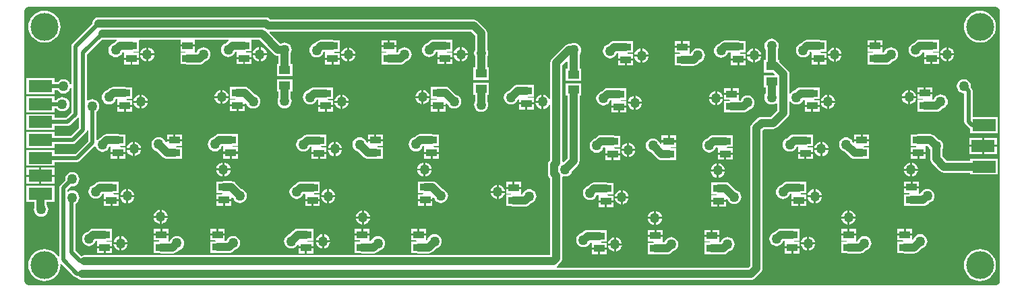
<source format=gbl>
G04 Layer_Physical_Order=2*
G04 Layer_Color=16711680*
%FSLAX42Y42*%
%MOMM*%
G71*
G01*
G75*
%ADD11C,1.00*%
%ADD12C,0.50*%
%ADD13C,3.50*%
%ADD14C,1.27*%
%ADD15R,1.40X1.05*%
%ADD16R,1.35X0.95*%
%ADD17R,3.00X1.50*%
G36*
X100Y3550D02*
Y3550D01*
X12250D01*
Y3550D01*
X12251Y3551D01*
X12270Y3547D01*
X12286Y3536D01*
X12297Y3520D01*
X12301Y3500D01*
X12300Y100D01*
X12300D01*
X12301Y99D01*
X12297Y80D01*
X12286Y64D01*
X12270Y53D01*
X12251Y49D01*
X12250Y50D01*
Y50D01*
X100D01*
Y50D01*
X99Y49D01*
X80Y53D01*
X64Y64D01*
X53Y80D01*
X49Y100D01*
X50Y3500D01*
X50D01*
X49Y3501D01*
X53Y3520D01*
X64Y3536D01*
X80Y3547D01*
X99Y3551D01*
X100Y3550D01*
D02*
G37*
%LPC*%
G36*
X3853Y1255D02*
X3842Y1254D01*
X3820Y1245D01*
X3802Y1231D01*
X3788Y1212D01*
X3779Y1190D01*
X3777Y1180D01*
X3853D01*
Y1255D01*
D02*
G37*
G36*
X9987Y1255D02*
Y1180D01*
X10063D01*
X10061Y1190D01*
X10052Y1212D01*
X10038Y1230D01*
X10020Y1245D01*
X9998Y1254D01*
X9987Y1255D01*
D02*
G37*
G36*
X3878Y1255D02*
Y1180D01*
X3953D01*
X3952Y1190D01*
X3943Y1212D01*
X3929Y1231D01*
X3910Y1245D01*
X3888Y1254D01*
X3878Y1255D01*
D02*
G37*
G36*
X1354Y1257D02*
Y1181D01*
X1429D01*
X1427Y1192D01*
X1419Y1213D01*
X1404Y1232D01*
X1386Y1246D01*
X1364Y1255D01*
X1354Y1257D01*
D02*
G37*
G36*
X1328D02*
X1318Y1255D01*
X1296Y1246D01*
X1277Y1232D01*
X1263Y1213D01*
X1254Y1192D01*
X1253Y1181D01*
X1328D01*
Y1257D01*
D02*
G37*
G36*
X6082Y1209D02*
X6006D01*
Y1134D01*
X6017Y1135D01*
X6038Y1144D01*
X6057Y1158D01*
X6071Y1177D01*
X6080Y1198D01*
X6082Y1209D01*
D02*
G37*
G36*
X5981D02*
X5906D01*
X5907Y1198D01*
X5916Y1177D01*
X5930Y1158D01*
X5949Y1144D01*
X5970Y1135D01*
X5981Y1134D01*
Y1209D01*
D02*
G37*
G36*
X7537Y1242D02*
X7526Y1241D01*
X7504Y1232D01*
X7486Y1218D01*
X7472Y1199D01*
X7463Y1178D01*
X7461Y1167D01*
X7537D01*
Y1242D01*
D02*
G37*
G36*
X9962Y1255D02*
X9951Y1254D01*
X9930Y1245D01*
X9911Y1230D01*
X9897Y1212D01*
X9888Y1190D01*
X9887Y1180D01*
X9962D01*
Y1255D01*
D02*
G37*
G36*
X7562Y1242D02*
Y1167D01*
X7637D01*
X7636Y1178D01*
X7627Y1199D01*
X7613Y1218D01*
X7594Y1232D01*
X7573Y1241D01*
X7562Y1242D01*
D02*
G37*
G36*
X237Y1412D02*
X75D01*
Y1325D01*
X237D01*
Y1412D01*
D02*
G37*
G36*
X11284Y1351D02*
X11204D01*
Y1291D01*
X11284D01*
Y1351D01*
D02*
G37*
G36*
X425Y1412D02*
X263D01*
Y1325D01*
X425D01*
Y1412D01*
D02*
G37*
G36*
X8846Y1477D02*
X8770D01*
Y1402D01*
X8781Y1403D01*
X8803Y1412D01*
X8821Y1426D01*
X8835Y1445D01*
X8844Y1466D01*
X8846Y1477D01*
D02*
G37*
G36*
X8745D02*
X8670D01*
X8671Y1466D01*
X8680Y1445D01*
X8694Y1426D01*
X8713Y1412D01*
X8735Y1403D01*
X8745Y1402D01*
Y1477D01*
D02*
G37*
G36*
X6006Y1310D02*
Y1234D01*
X6082D01*
X6080Y1245D01*
X6071Y1266D01*
X6057Y1285D01*
X6038Y1299D01*
X6017Y1308D01*
X6006Y1310D01*
D02*
G37*
G36*
X5981D02*
X5970Y1308D01*
X5949Y1299D01*
X5930Y1285D01*
X5916Y1266D01*
X5907Y1245D01*
X5906Y1234D01*
X5981D01*
Y1310D01*
D02*
G37*
G36*
X6179Y1347D02*
X6099D01*
Y1286D01*
X6179D01*
Y1347D01*
D02*
G37*
G36*
X11178Y1351D02*
X11098D01*
Y1291D01*
X11178D01*
Y1351D01*
D02*
G37*
G36*
X6284Y1347D02*
X6204D01*
Y1286D01*
X6284D01*
Y1347D01*
D02*
G37*
G36*
X7637Y1142D02*
X7562D01*
Y1066D01*
X7573Y1068D01*
X7594Y1077D01*
X7613Y1091D01*
X7627Y1110D01*
X7636Y1131D01*
X7637Y1142D01*
D02*
G37*
G36*
X7537D02*
X7461D01*
X7463Y1131D01*
X7472Y1110D01*
X7486Y1091D01*
X7504Y1077D01*
X7526Y1068D01*
X7537Y1066D01*
Y1142D01*
D02*
G37*
G36*
X8856Y1342D02*
X8765D01*
X8746Y1339D01*
X8744Y1338D01*
X8673D01*
Y1193D01*
X8741D01*
X8742Y1191D01*
X8738Y1178D01*
X8673D01*
Y1118D01*
X8858D01*
Y1132D01*
X8871Y1138D01*
X8877Y1134D01*
X8886Y1113D01*
X8900Y1094D01*
X8919Y1080D01*
X8940Y1071D01*
X8964Y1068D01*
X8987Y1071D01*
X9008Y1080D01*
X9027Y1094D01*
X9041Y1113D01*
X9050Y1134D01*
X9053Y1158D01*
X9050Y1181D01*
X9041Y1202D01*
X9027Y1221D01*
X9008Y1235D01*
X8987Y1244D01*
X8984Y1245D01*
X8909Y1319D01*
X8894Y1331D01*
X8875Y1339D01*
X8856Y1342D01*
D02*
G37*
G36*
X10063Y1154D02*
X9987D01*
Y1079D01*
X9998Y1080D01*
X10020Y1089D01*
X10038Y1104D01*
X10052Y1122D01*
X10061Y1144D01*
X10063Y1154D01*
D02*
G37*
G36*
X9962D02*
X9887D01*
X9888Y1144D01*
X9897Y1122D01*
X9911Y1104D01*
X9930Y1089D01*
X9951Y1080D01*
X9962Y1079D01*
Y1154D01*
D02*
G37*
G36*
X5069Y1106D02*
X4989D01*
Y1045D01*
X5069D01*
Y1106D01*
D02*
G37*
G36*
X1236Y1104D02*
X1156D01*
Y1044D01*
X1236D01*
Y1104D01*
D02*
G37*
G36*
X5174Y1106D02*
X5094D01*
Y1045D01*
X5174D01*
Y1106D01*
D02*
G37*
G36*
X2650Y1107D02*
X2570D01*
Y1047D01*
X2650D01*
Y1107D01*
D02*
G37*
G36*
X2544D02*
X2464D01*
Y1047D01*
X2544D01*
Y1107D01*
D02*
G37*
G36*
X7351Y1338D02*
X7205D01*
X7186Y1336D01*
X7167Y1328D01*
X7152Y1316D01*
X7133Y1297D01*
X7130Y1297D01*
X7108Y1288D01*
X7090Y1273D01*
X7076Y1255D01*
X7067Y1233D01*
X7064Y1210D01*
X7067Y1187D01*
X7076Y1165D01*
X7090Y1147D01*
X7108Y1132D01*
X7130Y1123D01*
X7153Y1120D01*
X7176Y1123D01*
X7198Y1132D01*
X7217Y1147D01*
X7231Y1165D01*
X7240Y1186D01*
X7254D01*
X7258Y1175D01*
X7258Y1174D01*
Y1115D01*
X7444D01*
Y1175D01*
X7379D01*
X7374Y1188D01*
X7376Y1189D01*
X7444D01*
Y1335D01*
X7372D01*
X7371Y1336D01*
X7351Y1338D01*
D02*
G37*
G36*
X2647Y1356D02*
X2557D01*
X2537Y1353D01*
X2536Y1353D01*
X2464D01*
Y1207D01*
X2532D01*
X2534Y1205D01*
X2530Y1193D01*
X2464D01*
Y1132D01*
X2650D01*
Y1146D01*
X2663Y1152D01*
X2668Y1149D01*
X2677Y1127D01*
X2692Y1108D01*
X2710Y1094D01*
X2732Y1085D01*
X2755Y1082D01*
X2778Y1085D01*
X2800Y1094D01*
X2818Y1108D01*
X2833Y1127D01*
X2842Y1149D01*
X2845Y1172D01*
X2842Y1195D01*
X2833Y1217D01*
X2818Y1235D01*
X2800Y1249D01*
X2778Y1258D01*
X2776Y1259D01*
X2701Y1333D01*
X2685Y1346D01*
X2667Y1353D01*
X2647Y1356D01*
D02*
G37*
G36*
X9777Y1351D02*
X9631D01*
X9611Y1348D01*
X9593Y1341D01*
X9577Y1329D01*
X9558Y1310D01*
X9555Y1309D01*
X9534Y1300D01*
X9515Y1286D01*
X9501Y1268D01*
X9492Y1246D01*
X9489Y1223D01*
X9492Y1199D01*
X9501Y1178D01*
X9515Y1159D01*
X9534Y1145D01*
X9555Y1136D01*
X9579Y1133D01*
X9602Y1136D01*
X9623Y1145D01*
X9642Y1159D01*
X9656Y1178D01*
X9665Y1199D01*
X9680D01*
X9684Y1188D01*
X9684Y1186D01*
Y1128D01*
X9870D01*
Y1188D01*
X9804D01*
X9800Y1200D01*
X9802Y1202D01*
X9870D01*
Y1348D01*
X9798D01*
X9796Y1348D01*
X9777Y1351D01*
D02*
G37*
G36*
X1143Y1352D02*
X997D01*
X977Y1350D01*
X967Y1345D01*
X959Y1342D01*
X943Y1330D01*
X924Y1311D01*
X922Y1311D01*
X900Y1302D01*
X881Y1288D01*
X867Y1269D01*
X858Y1247D01*
X855Y1224D01*
X858Y1201D01*
X867Y1179D01*
X881Y1161D01*
X900Y1147D01*
X922Y1138D01*
X945Y1135D01*
X968Y1138D01*
X990Y1147D01*
X1008Y1161D01*
X1022Y1179D01*
X1031Y1200D01*
X1046D01*
X1050Y1189D01*
X1050Y1188D01*
Y1129D01*
X1236D01*
Y1189D01*
X1170D01*
X1166Y1202D01*
X1168Y1204D01*
X1236D01*
Y1349D01*
X1164D01*
X1163Y1350D01*
X1143Y1352D01*
D02*
G37*
G36*
X3667Y1351D02*
X3521D01*
X3502Y1349D01*
X3483Y1341D01*
X3468Y1329D01*
X3449Y1310D01*
X3446Y1310D01*
X3424Y1301D01*
X3406Y1286D01*
X3391Y1268D01*
X3383Y1246D01*
X3379Y1223D01*
X3383Y1200D01*
X3391Y1178D01*
X3406Y1160D01*
X3424Y1145D01*
X3446Y1136D01*
X3469Y1133D01*
X3492Y1136D01*
X3514Y1145D01*
X3533Y1160D01*
X3547Y1178D01*
X3555Y1199D01*
X3570D01*
X3574Y1188D01*
X3574Y1186D01*
Y1128D01*
X3760D01*
Y1188D01*
X3695D01*
X3690Y1201D01*
X3692Y1202D01*
X3760D01*
Y1348D01*
X3688D01*
X3687Y1349D01*
X3667Y1351D01*
D02*
G37*
G36*
X3953Y1155D02*
X3878D01*
Y1079D01*
X3888Y1081D01*
X3910Y1090D01*
X3929Y1104D01*
X3943Y1122D01*
X3952Y1144D01*
X3953Y1155D01*
D02*
G37*
G36*
X3853D02*
X3777D01*
X3779Y1144D01*
X3788Y1122D01*
X3802Y1104D01*
X3820Y1090D01*
X3842Y1081D01*
X3853Y1079D01*
Y1155D01*
D02*
G37*
G36*
X1328Y1156D02*
X1253D01*
X1254Y1145D01*
X1263Y1124D01*
X1277Y1105D01*
X1296Y1091D01*
X1318Y1082D01*
X1328Y1081D01*
Y1156D01*
D02*
G37*
G36*
X5172Y1354D02*
X5081D01*
X5062Y1352D01*
X5060Y1351D01*
X4989D01*
Y1205D01*
X5057D01*
X5058Y1204D01*
X5054Y1191D01*
X4989D01*
Y1131D01*
X5174D01*
Y1144D01*
X5187Y1151D01*
X5193Y1147D01*
X5202Y1126D01*
X5216Y1107D01*
X5235Y1093D01*
X5256Y1084D01*
X5279Y1081D01*
X5303Y1084D01*
X5324Y1093D01*
X5343Y1107D01*
X5357Y1126D01*
X5366Y1147D01*
X5369Y1170D01*
X5366Y1194D01*
X5357Y1215D01*
X5343Y1234D01*
X5324Y1248D01*
X5303Y1257D01*
X5300Y1257D01*
X5225Y1332D01*
X5210Y1344D01*
X5191Y1352D01*
X5172Y1354D01*
D02*
G37*
G36*
X1429Y1156D02*
X1354D01*
Y1081D01*
X1364Y1082D01*
X1386Y1091D01*
X1404Y1105D01*
X1419Y1124D01*
X1427Y1145D01*
X1429Y1156D01*
D02*
G37*
G36*
X1735Y1910D02*
X1712Y1907D01*
X1691Y1898D01*
X1672Y1883D01*
X1658Y1865D01*
X1649Y1843D01*
X1646Y1820D01*
X1649Y1797D01*
X1658Y1775D01*
X1672Y1757D01*
X1691Y1742D01*
X1712Y1733D01*
X1715Y1733D01*
X1789Y1658D01*
X1805Y1646D01*
X1824Y1639D01*
X1843Y1636D01*
X1933D01*
X1953Y1639D01*
X1954Y1639D01*
X2026D01*
Y1785D01*
X1958D01*
X1956Y1787D01*
X1961Y1799D01*
X2026D01*
Y1860D01*
X1841D01*
Y1846D01*
X1828Y1840D01*
X1822Y1843D01*
X1813Y1865D01*
X1799Y1883D01*
X1780Y1898D01*
X1759Y1907D01*
X1735Y1910D01*
D02*
G37*
G36*
X9953Y1696D02*
X9873D01*
Y1636D01*
X9953D01*
Y1696D01*
D02*
G37*
G36*
X3738Y1697D02*
X3658D01*
Y1636D01*
X3738D01*
Y1697D01*
D02*
G37*
G36*
X1214Y1698D02*
X1133D01*
Y1638D01*
X1214D01*
Y1698D01*
D02*
G37*
G36*
X3844Y1697D02*
X3763D01*
Y1636D01*
X3844D01*
Y1697D01*
D02*
G37*
G36*
X8942Y1687D02*
X8862D01*
Y1627D01*
X8942D01*
Y1687D01*
D02*
G37*
G36*
X8836D02*
X8756D01*
Y1627D01*
X8836D01*
Y1687D01*
D02*
G37*
G36*
X10369Y1908D02*
X10346Y1905D01*
X10324Y1896D01*
X10306Y1882D01*
X10292Y1863D01*
X10283Y1842D01*
X10280Y1818D01*
X10283Y1795D01*
X10292Y1774D01*
X10306Y1755D01*
X10324Y1741D01*
X10346Y1732D01*
X10349Y1731D01*
X10423Y1657D01*
X10439Y1645D01*
X10457Y1637D01*
X10477Y1635D01*
X10567D01*
X10587Y1637D01*
X10588Y1638D01*
X10660D01*
Y1784D01*
X10592D01*
X10590Y1785D01*
X10595Y1798D01*
X10660D01*
Y1858D01*
X10474D01*
Y1844D01*
X10462Y1838D01*
X10456Y1842D01*
X10447Y1863D01*
X10433Y1882D01*
X10414Y1896D01*
X10392Y1905D01*
X10369Y1908D01*
D02*
G37*
G36*
X9847Y1696D02*
X9767D01*
Y1636D01*
X9847D01*
Y1696D01*
D02*
G37*
G36*
X4260Y1908D02*
X4237Y1905D01*
X4215Y1896D01*
X4196Y1882D01*
X4182Y1864D01*
X4173Y1842D01*
X4170Y1819D01*
X4173Y1796D01*
X4182Y1774D01*
X4196Y1755D01*
X4215Y1741D01*
X4237Y1732D01*
X4239Y1732D01*
X4314Y1657D01*
X4330Y1645D01*
X4348Y1637D01*
X4368Y1635D01*
X4458D01*
X4477Y1637D01*
X4479Y1638D01*
X4551D01*
Y1784D01*
X4483D01*
X4481Y1785D01*
X4485Y1798D01*
X4551D01*
Y1858D01*
X4365D01*
Y1845D01*
X4352Y1838D01*
X4346Y1842D01*
X4337Y1864D01*
X4323Y1882D01*
X4305Y1896D01*
X4283Y1905D01*
X4260Y1908D01*
D02*
G37*
G36*
X2733Y1701D02*
X2653D01*
Y1641D01*
X2733D01*
Y1701D01*
D02*
G37*
G36*
X2628D02*
X2548D01*
Y1641D01*
X2628D01*
Y1701D01*
D02*
G37*
G36*
X7620Y1736D02*
X7545D01*
X7546Y1725D01*
X7555Y1704D01*
X7569Y1685D01*
X7588Y1671D01*
X7610Y1662D01*
X7620Y1661D01*
Y1736D01*
D02*
G37*
G36*
X10045Y1748D02*
X9970D01*
X9972Y1738D01*
X9981Y1716D01*
X9995Y1698D01*
X10013Y1684D01*
X10035Y1675D01*
X10045Y1673D01*
Y1748D01*
D02*
G37*
G36*
X7721Y1736D02*
X7646D01*
Y1661D01*
X7656Y1662D01*
X7678Y1671D01*
X7696Y1685D01*
X7710Y1704D01*
X7719Y1725D01*
X7721Y1736D01*
D02*
G37*
G36*
X11262Y1700D02*
X11181D01*
Y1639D01*
X11262D01*
Y1700D01*
D02*
G37*
G36*
X1319Y1698D02*
X1239D01*
Y1638D01*
X1319D01*
Y1698D01*
D02*
G37*
G36*
X11367Y1700D02*
X11287D01*
Y1639D01*
X11367D01*
Y1700D01*
D02*
G37*
G36*
X5258Y1700D02*
X5178D01*
Y1640D01*
X5258D01*
Y1700D01*
D02*
G37*
G36*
X5152D02*
X5072D01*
Y1640D01*
X5152D01*
Y1700D01*
D02*
G37*
G36*
X237Y1525D02*
X75D01*
Y1438D01*
X237D01*
Y1525D01*
D02*
G37*
G36*
X2637Y1491D02*
X2562D01*
Y1416D01*
X2572Y1417D01*
X2594Y1426D01*
X2613Y1440D01*
X2627Y1459D01*
X2636Y1480D01*
X2637Y1491D01*
D02*
G37*
G36*
X425Y1525D02*
X263D01*
Y1438D01*
X425D01*
Y1525D01*
D02*
G37*
G36*
X8745Y1578D02*
X8735Y1576D01*
X8713Y1567D01*
X8694Y1553D01*
X8680Y1534D01*
X8671Y1513D01*
X8670Y1502D01*
X8745D01*
Y1578D01*
D02*
G37*
G36*
X11428Y1948D02*
X11274D01*
X11255Y1946D01*
X11253Y1945D01*
X11181D01*
Y1799D01*
X11249D01*
X11251Y1798D01*
X11247Y1785D01*
X11181D01*
Y1725D01*
X11367D01*
Y1783D01*
X11367Y1785D01*
X11371Y1796D01*
X11396D01*
X11413Y1779D01*
X11413Y1777D01*
X11422Y1755D01*
X11424Y1753D01*
Y1640D01*
X11427Y1620D01*
X11434Y1602D01*
X11446Y1586D01*
X11546Y1486D01*
X11562Y1474D01*
X11570Y1471D01*
X11580Y1467D01*
X11600Y1464D01*
X11925D01*
Y1440D01*
X12275D01*
Y1640D01*
X11925D01*
Y1616D01*
X11632D01*
X11576Y1672D01*
Y1753D01*
X11578Y1755D01*
X11587Y1777D01*
X11590Y1800D01*
X11587Y1823D01*
X11578Y1845D01*
X11563Y1863D01*
X11545Y1878D01*
X11523Y1887D01*
X11521Y1887D01*
X11482Y1926D01*
X11466Y1938D01*
X11447Y1946D01*
X11428Y1948D01*
D02*
G37*
G36*
X11271Y1489D02*
X11196D01*
Y1414D01*
X11206Y1415D01*
X11228Y1424D01*
X11246Y1439D01*
X11261Y1457D01*
X11270Y1479D01*
X11271Y1489D01*
D02*
G37*
G36*
X11170D02*
X11095D01*
X11096Y1479D01*
X11105Y1457D01*
X11120Y1439D01*
X11138Y1424D01*
X11160Y1415D01*
X11170Y1414D01*
Y1489D01*
D02*
G37*
G36*
X5061Y1490D02*
X4986D01*
X4987Y1479D01*
X4996Y1458D01*
X5010Y1439D01*
X5029Y1425D01*
X5050Y1416D01*
X5061Y1414D01*
Y1490D01*
D02*
G37*
G36*
X2537Y1491D02*
X2461D01*
X2463Y1480D01*
X2472Y1459D01*
X2486Y1440D01*
X2504Y1426D01*
X2526Y1417D01*
X2537Y1416D01*
Y1491D01*
D02*
G37*
G36*
X5162Y1490D02*
X5086D01*
Y1414D01*
X5097Y1416D01*
X5118Y1425D01*
X5137Y1439D01*
X5151Y1458D01*
X5160Y1479D01*
X5162Y1490D01*
D02*
G37*
G36*
X2562Y1592D02*
Y1516D01*
X2637D01*
X2636Y1527D01*
X2627Y1549D01*
X2613Y1567D01*
X2594Y1581D01*
X2572Y1590D01*
X2562Y1592D01*
D02*
G37*
G36*
X2537D02*
X2526Y1590D01*
X2504Y1581D01*
X2486Y1567D01*
X2472Y1549D01*
X2463Y1527D01*
X2461Y1516D01*
X2537D01*
Y1592D01*
D02*
G37*
G36*
X7944Y1896D02*
X7921Y1892D01*
X7899Y1884D01*
X7880Y1869D01*
X7866Y1851D01*
X7857Y1829D01*
X7854Y1806D01*
X7857Y1783D01*
X7866Y1761D01*
X7880Y1742D01*
X7899Y1728D01*
X7921Y1719D01*
X7923Y1719D01*
X7998Y1644D01*
X8014Y1632D01*
X8032Y1625D01*
X8052Y1622D01*
X8142D01*
X8162Y1625D01*
X8163Y1625D01*
X8235D01*
Y1771D01*
X8167D01*
X8165Y1772D01*
X8169Y1785D01*
X8235D01*
Y1845D01*
X8049D01*
Y1832D01*
X8036Y1825D01*
X8030Y1829D01*
X8021Y1851D01*
X8007Y1869D01*
X7989Y1884D01*
X7967Y1892D01*
X7944Y1896D01*
D02*
G37*
G36*
X7528Y1684D02*
X7447D01*
Y1624D01*
X7528D01*
Y1684D01*
D02*
G37*
G36*
X7422D02*
X7342D01*
Y1624D01*
X7422D01*
Y1684D01*
D02*
G37*
G36*
X11170Y1590D02*
X11160Y1589D01*
X11138Y1580D01*
X11120Y1565D01*
X11105Y1547D01*
X11096Y1525D01*
X11095Y1515D01*
X11170D01*
Y1590D01*
D02*
G37*
G36*
X8770Y1578D02*
Y1502D01*
X8846D01*
X8844Y1513D01*
X8835Y1534D01*
X8821Y1553D01*
X8803Y1567D01*
X8781Y1576D01*
X8770Y1578D01*
D02*
G37*
G36*
X11196Y1590D02*
Y1515D01*
X11271D01*
X11270Y1525D01*
X11261Y1547D01*
X11246Y1565D01*
X11228Y1580D01*
X11206Y1589D01*
X11196Y1590D01*
D02*
G37*
G36*
X5086Y1590D02*
Y1515D01*
X5162D01*
X5160Y1526D01*
X5151Y1547D01*
X5137Y1566D01*
X5118Y1580D01*
X5097Y1589D01*
X5086Y1590D01*
D02*
G37*
G36*
X5061D02*
X5050Y1589D01*
X5029Y1580D01*
X5010Y1566D01*
X4996Y1547D01*
X4987Y1526D01*
X4986Y1515D01*
X5061D01*
Y1590D01*
D02*
G37*
G36*
X1130Y1104D02*
X1050D01*
Y1044D01*
X1130D01*
Y1104D01*
D02*
G37*
G36*
X1059Y758D02*
X913D01*
X894Y756D01*
X875Y748D01*
X860Y736D01*
X841Y717D01*
X838Y717D01*
X816Y708D01*
X798Y694D01*
X784Y675D01*
X775Y653D01*
X772Y630D01*
X775Y607D01*
X784Y585D01*
X798Y567D01*
X816Y552D01*
X838Y544D01*
X861Y540D01*
X884Y544D01*
X906Y552D01*
X925Y567D01*
X939Y585D01*
X948Y606D01*
X962D01*
X966Y595D01*
X966Y594D01*
Y535D01*
X1152D01*
Y595D01*
X1087D01*
X1082Y608D01*
X1084Y609D01*
X1152D01*
Y755D01*
X1080D01*
X1079Y756D01*
X1059Y758D01*
D02*
G37*
G36*
X3584Y757D02*
X3481D01*
X3461Y754D01*
X3443Y747D01*
X3427Y735D01*
X3379Y687D01*
X3377Y687D01*
X3355Y678D01*
X3337Y663D01*
X3322Y645D01*
X3313Y623D01*
X3310Y600D01*
X3313Y577D01*
X3322Y555D01*
X3337Y537D01*
X3355Y522D01*
X3377Y513D01*
X3400Y510D01*
X3423Y513D01*
X3445Y522D01*
X3463Y537D01*
X3478Y555D01*
X3478Y556D01*
X3491Y554D01*
Y534D01*
X3677D01*
Y594D01*
X3611D01*
X3607Y607D01*
X3609Y608D01*
X3677D01*
Y754D01*
X3605D01*
X3603Y754D01*
X3584Y757D01*
D02*
G37*
G36*
X7453Y648D02*
X7443Y647D01*
X7421Y638D01*
X7402Y624D01*
X7388Y605D01*
X7379Y583D01*
X7378Y573D01*
X7453D01*
Y648D01*
D02*
G37*
G36*
X9878Y661D02*
X9868Y659D01*
X9846Y650D01*
X9828Y636D01*
X9814Y618D01*
X9805Y596D01*
X9803Y586D01*
X9878D01*
Y661D01*
D02*
G37*
G36*
X7479Y648D02*
Y573D01*
X7554D01*
X7552Y583D01*
X7543Y605D01*
X7529Y624D01*
X7511Y638D01*
X7489Y647D01*
X7479Y648D01*
D02*
G37*
G36*
X3787Y587D02*
X3712D01*
X3713Y577D01*
X3722Y555D01*
X3737Y537D01*
X3755Y522D01*
X3777Y513D01*
X3787Y512D01*
Y587D01*
D02*
G37*
G36*
X1345Y562D02*
X1270D01*
Y486D01*
X1281Y488D01*
X1302Y497D01*
X1321Y511D01*
X1335Y530D01*
X1344Y551D01*
X1345Y562D01*
D02*
G37*
G36*
X3888Y587D02*
X3813D01*
Y512D01*
X3823Y513D01*
X3845Y522D01*
X3863Y537D01*
X3878Y555D01*
X3887Y577D01*
X3888Y587D01*
D02*
G37*
G36*
X9693Y757D02*
X9547D01*
X9528Y754D01*
X9509Y747D01*
X9493Y734D01*
X9474Y715D01*
X9472Y715D01*
X9450Y706D01*
X9432Y692D01*
X9417Y673D01*
X9408Y652D01*
X9405Y629D01*
X9408Y605D01*
X9417Y584D01*
X9432Y565D01*
X9450Y551D01*
X9472Y542D01*
X9495Y539D01*
X9518Y542D01*
X9540Y551D01*
X9558Y565D01*
X9573Y584D01*
X9581Y605D01*
X9596D01*
X9600Y594D01*
X9600Y592D01*
Y533D01*
X9786D01*
Y594D01*
X9721D01*
X9716Y606D01*
X9718Y608D01*
X9786D01*
Y754D01*
X9714D01*
X9713Y754D01*
X9693Y757D01*
D02*
G37*
G36*
X7268Y744D02*
X7122D01*
X7102Y742D01*
X7084Y734D01*
X7068Y722D01*
X7049Y703D01*
X7047Y703D01*
X7025Y694D01*
X7006Y679D01*
X6992Y661D01*
X6983Y639D01*
X6980Y616D01*
X6983Y593D01*
X6992Y571D01*
X7006Y553D01*
X7025Y538D01*
X7047Y529D01*
X7070Y526D01*
X7093Y529D01*
X7115Y538D01*
X7133Y553D01*
X7147Y571D01*
X7156Y592D01*
X7171D01*
X7175Y581D01*
X7175Y579D01*
Y521D01*
X7361D01*
Y581D01*
X7295D01*
X7291Y594D01*
X7293Y595D01*
X7361D01*
Y741D01*
X7289D01*
X7287Y742D01*
X7268Y744D01*
D02*
G37*
G36*
X11300Y690D02*
X11277Y687D01*
X11255Y678D01*
X11237Y663D01*
X11222Y645D01*
X11213Y623D01*
X11201Y625D01*
X11200Y626D01*
Y671D01*
X11014D01*
Y611D01*
X11080D01*
X11084Y598D01*
X11082Y597D01*
X11014D01*
Y451D01*
X11086D01*
X11088Y450D01*
X11107Y448D01*
X11224D01*
X11244Y450D01*
X11262Y458D01*
X11278Y470D01*
X11321Y513D01*
X11323Y513D01*
X11345Y522D01*
X11363Y537D01*
X11378Y555D01*
X11387Y577D01*
X11390Y600D01*
X11387Y623D01*
X11378Y645D01*
X11363Y663D01*
X11345Y678D01*
X11323Y687D01*
X11300Y690D01*
D02*
G37*
G36*
X3813Y688D02*
Y613D01*
X3888D01*
X3887Y623D01*
X3878Y645D01*
X3863Y663D01*
X3845Y678D01*
X3823Y687D01*
X3813Y688D01*
D02*
G37*
G36*
X7962Y743D02*
X7882D01*
Y682D01*
X7962D01*
Y743D01*
D02*
G37*
G36*
X8669Y744D02*
X8589D01*
Y684D01*
X8669D01*
Y744D01*
D02*
G37*
G36*
X8068Y743D02*
X7988D01*
Y682D01*
X8068D01*
Y743D01*
D02*
G37*
G36*
X1245Y662D02*
X1234Y661D01*
X1213Y652D01*
X1194Y638D01*
X1180Y619D01*
X1171Y598D01*
X1169Y587D01*
X1245D01*
Y662D01*
D02*
G37*
G36*
X9904Y661D02*
Y586D01*
X9979D01*
X9978Y596D01*
X9969Y618D01*
X9955Y636D01*
X9936Y650D01*
X9914Y659D01*
X9904Y661D01*
D02*
G37*
G36*
X1270Y662D02*
Y587D01*
X1345D01*
X1344Y598D01*
X1335Y619D01*
X1321Y638D01*
X1302Y652D01*
X1281Y661D01*
X1270Y662D01*
D02*
G37*
G36*
X3787Y688D02*
X3777Y687D01*
X3755Y678D01*
X3737Y663D01*
X3722Y645D01*
X3713Y623D01*
X3712Y613D01*
X3787D01*
Y688D01*
D02*
G37*
G36*
X5200Y690D02*
X5177Y687D01*
X5155Y678D01*
X5137Y663D01*
X5122Y645D01*
X5113Y623D01*
X5113Y621D01*
X5103Y611D01*
X5091Y616D01*
Y671D01*
X4905D01*
Y611D01*
X4970D01*
X4975Y599D01*
X4973Y597D01*
X4905D01*
Y451D01*
X4977D01*
X4978Y451D01*
X4998Y448D01*
X5124D01*
X5144Y451D01*
X5162Y458D01*
X5178Y470D01*
X5221Y513D01*
X5223Y513D01*
X5245Y522D01*
X5263Y537D01*
X5278Y555D01*
X5287Y577D01*
X5290Y600D01*
X5287Y623D01*
X5278Y645D01*
X5263Y663D01*
X5245Y678D01*
X5223Y687D01*
X5200Y690D01*
D02*
G37*
G36*
X4384Y670D02*
X4198D01*
Y610D01*
X4263D01*
X4268Y597D01*
X4266Y595D01*
X4198D01*
Y450D01*
X4270D01*
X4271Y449D01*
X4291Y447D01*
X4437D01*
X4456Y449D01*
X4475Y457D01*
X4490Y469D01*
X4509Y488D01*
X4512Y488D01*
X4534Y497D01*
X4552Y511D01*
X4567Y530D01*
X4575Y552D01*
X4579Y575D01*
X4575Y598D01*
X4567Y620D01*
X4552Y638D01*
X4534Y652D01*
X4512Y661D01*
X4489Y664D01*
X4466Y661D01*
X4444Y652D01*
X4425Y638D01*
X4411Y620D01*
X4403Y599D01*
X4388D01*
X4384Y610D01*
X4384Y611D01*
Y670D01*
D02*
G37*
G36*
X10493Y670D02*
X10307D01*
Y609D01*
X10373D01*
X10377Y597D01*
X10375Y595D01*
X10307D01*
Y449D01*
X10379D01*
X10381Y449D01*
X10400Y446D01*
X10546D01*
X10566Y449D01*
X10584Y456D01*
X10600Y469D01*
X10619Y487D01*
X10621Y488D01*
X10643Y497D01*
X10662Y511D01*
X10676Y530D01*
X10685Y551D01*
X10688Y574D01*
X10685Y598D01*
X10676Y619D01*
X10662Y638D01*
X10643Y652D01*
X10621Y661D01*
X10598Y664D01*
X10575Y661D01*
X10553Y652D01*
X10535Y638D01*
X10521Y619D01*
X10512Y598D01*
X10497D01*
X10493Y609D01*
X10493Y611D01*
Y670D01*
D02*
G37*
G36*
X9680Y508D02*
X9600D01*
Y448D01*
X9680D01*
Y508D01*
D02*
G37*
G36*
X1859Y671D02*
X1674D01*
Y611D01*
X1739D01*
X1743Y598D01*
X1742Y597D01*
X1674D01*
Y451D01*
X1745D01*
X1747Y450D01*
X1766Y448D01*
X1912D01*
X1932Y450D01*
X1950Y458D01*
X1966Y470D01*
X1985Y489D01*
X1988Y489D01*
X2009Y498D01*
X2028Y513D01*
X2042Y531D01*
X2051Y553D01*
X2054Y576D01*
X2051Y599D01*
X2042Y621D01*
X2028Y639D01*
X2009Y654D01*
X1988Y663D01*
X1964Y666D01*
X1941Y663D01*
X1920Y654D01*
X1901Y639D01*
X1887Y621D01*
X1878Y600D01*
X1863D01*
X1859Y611D01*
X1859Y613D01*
Y671D01*
D02*
G37*
G36*
X9786Y508D02*
X9706D01*
Y448D01*
X9786D01*
Y508D01*
D02*
G37*
G36*
X8068Y657D02*
X7882D01*
Y597D01*
X7947D01*
X7952Y584D01*
X7950Y583D01*
X7882D01*
Y437D01*
X7954D01*
X7955Y436D01*
X7975Y434D01*
X8121D01*
X8140Y436D01*
X8159Y444D01*
X8175Y456D01*
X8194Y475D01*
X8196Y475D01*
X8218Y484D01*
X8236Y498D01*
X8251Y517D01*
X8260Y539D01*
X8263Y562D01*
X8260Y585D01*
X8251Y607D01*
X8236Y625D01*
X8218Y640D01*
X8196Y648D01*
X8173Y652D01*
X8150Y648D01*
X8128Y640D01*
X8110Y625D01*
X8095Y607D01*
X8087Y586D01*
X8072D01*
X8068Y597D01*
X8068Y598D01*
Y657D01*
D02*
G37*
G36*
X12050Y501D02*
X12011Y497D01*
X11973Y486D01*
X11938Y467D01*
X11908Y442D01*
X11883Y412D01*
X11864Y377D01*
X11853Y339D01*
X11849Y300D01*
X11853Y261D01*
X11864Y223D01*
X11883Y188D01*
X11908Y158D01*
X11938Y133D01*
X11973Y114D01*
X12011Y102D01*
X12050Y99D01*
X12089Y102D01*
X12127Y114D01*
X12162Y133D01*
X12192Y158D01*
X12217Y188D01*
X12236Y223D01*
X12248Y261D01*
X12251Y300D01*
X12248Y339D01*
X12236Y377D01*
X12217Y412D01*
X12192Y442D01*
X12162Y467D01*
X12127Y486D01*
X12089Y497D01*
X12050Y501D01*
D02*
G37*
G36*
X7255Y495D02*
X7175D01*
Y435D01*
X7255D01*
Y495D01*
D02*
G37*
G36*
X8775Y659D02*
X8589D01*
Y598D01*
X8655D01*
X8659Y586D01*
X8657Y584D01*
X8589D01*
Y438D01*
X8661D01*
X8662Y438D01*
X8682Y435D01*
X8828D01*
X8848Y438D01*
X8866Y445D01*
X8882Y458D01*
X8901Y477D01*
X8903Y477D01*
X8925Y486D01*
X8943Y500D01*
X8958Y519D01*
X8967Y540D01*
X8970Y563D01*
X8967Y587D01*
X8958Y608D01*
X8943Y627D01*
X8925Y641D01*
X8903Y650D01*
X8880Y653D01*
X8857Y650D01*
X8835Y641D01*
X8817Y627D01*
X8802Y608D01*
X8794Y587D01*
X8779D01*
X8775Y598D01*
X8775Y600D01*
Y659D01*
D02*
G37*
G36*
X7361Y495D02*
X7280D01*
Y435D01*
X7361D01*
Y495D01*
D02*
G37*
G36*
X7554Y548D02*
X7479D01*
Y472D01*
X7489Y474D01*
X7511Y483D01*
X7529Y497D01*
X7543Y515D01*
X7552Y537D01*
X7554Y548D01*
D02*
G37*
G36*
X7453D02*
X7378D01*
X7379Y537D01*
X7388Y515D01*
X7402Y497D01*
X7421Y483D01*
X7443Y474D01*
X7453Y472D01*
Y548D01*
D02*
G37*
G36*
X9878Y560D02*
X9803D01*
X9805Y550D01*
X9814Y528D01*
X9828Y509D01*
X9846Y495D01*
X9868Y486D01*
X9878Y485D01*
Y560D01*
D02*
G37*
G36*
X1245Y562D02*
X1169D01*
X1171Y551D01*
X1180Y530D01*
X1194Y511D01*
X1213Y497D01*
X1234Y488D01*
X1245Y486D01*
Y562D01*
D02*
G37*
G36*
X9979Y560D02*
X9904D01*
Y485D01*
X9914Y486D01*
X9936Y495D01*
X9955Y509D01*
X9969Y528D01*
X9978Y550D01*
X9979Y560D01*
D02*
G37*
G36*
X3677Y508D02*
X3596D01*
Y448D01*
X3677D01*
Y508D01*
D02*
G37*
G36*
X3571D02*
X3491D01*
Y448D01*
X3571D01*
Y508D01*
D02*
G37*
G36*
X1047Y510D02*
X966D01*
Y449D01*
X1047D01*
Y510D01*
D02*
G37*
G36*
X2566Y673D02*
X2381D01*
Y613D01*
X2446D01*
X2451Y600D01*
X2449Y598D01*
X2381D01*
Y453D01*
X2452D01*
X2454Y452D01*
X2474Y449D01*
X2619D01*
X2639Y452D01*
X2657Y460D01*
X2673Y472D01*
X2692Y491D01*
X2695Y491D01*
X2716Y500D01*
X2735Y514D01*
X2749Y533D01*
X2758Y554D01*
X2761Y578D01*
X2758Y601D01*
X2749Y622D01*
X2735Y641D01*
X2716Y655D01*
X2695Y664D01*
X2672Y667D01*
X2648Y664D01*
X2627Y655D01*
X2608Y641D01*
X2594Y622D01*
X2585Y602D01*
X2570D01*
X2566Y613D01*
X2566Y614D01*
Y673D01*
D02*
G37*
G36*
X1152Y510D02*
X1072D01*
Y449D01*
X1152D01*
Y510D01*
D02*
G37*
G36*
X10387Y988D02*
X10377Y987D01*
X10355Y978D01*
X10337Y963D01*
X10322Y945D01*
X10313Y923D01*
X10312Y913D01*
X10387D01*
Y988D01*
D02*
G37*
G36*
X4313D02*
Y913D01*
X4388D01*
X4387Y923D01*
X4378Y945D01*
X4363Y963D01*
X4345Y978D01*
X4323Y987D01*
X4313Y988D01*
D02*
G37*
G36*
X10413D02*
Y913D01*
X10488D01*
X10487Y923D01*
X10478Y945D01*
X10463Y963D01*
X10445Y978D01*
X10423Y987D01*
X10413Y988D01*
D02*
G37*
G36*
X1771Y996D02*
Y921D01*
X1847D01*
X1845Y931D01*
X1836Y953D01*
X1822Y971D01*
X1803Y986D01*
X1782Y995D01*
X1771Y996D01*
D02*
G37*
G36*
X1746D02*
X1735Y995D01*
X1714Y986D01*
X1695Y971D01*
X1681Y953D01*
X1672Y931D01*
X1671Y921D01*
X1746D01*
Y996D01*
D02*
G37*
G36*
X7954Y982D02*
X7944Y980D01*
X7922Y971D01*
X7904Y957D01*
X7889Y939D01*
X7880Y917D01*
X7879Y906D01*
X7954D01*
Y982D01*
D02*
G37*
G36*
X1847Y895D02*
X1771D01*
Y820D01*
X1782Y821D01*
X1803Y830D01*
X1822Y845D01*
X1836Y863D01*
X1845Y885D01*
X1847Y895D01*
D02*
G37*
G36*
X7980Y982D02*
Y906D01*
X8055D01*
X8054Y917D01*
X8045Y939D01*
X8031Y957D01*
X8012Y971D01*
X7990Y980D01*
X7980Y982D01*
D02*
G37*
G36*
X4287Y988D02*
X4277Y987D01*
X4255Y978D01*
X4237Y963D01*
X4222Y945D01*
X4213Y923D01*
X4212Y913D01*
X4287D01*
Y988D01*
D02*
G37*
G36*
X425Y1300D02*
X75D01*
Y1100D01*
X174D01*
Y1025D01*
X173Y1023D01*
X170Y1000D01*
X173Y977D01*
X182Y955D01*
X197Y937D01*
X215Y922D01*
X237Y913D01*
X260Y910D01*
X283Y913D01*
X305Y922D01*
X323Y937D01*
X338Y955D01*
X347Y977D01*
X350Y1000D01*
X347Y1023D01*
X338Y1045D01*
X326Y1060D01*
Y1100D01*
X425D01*
Y1300D01*
D02*
G37*
G36*
X9870Y1102D02*
X9789D01*
Y1042D01*
X9870D01*
Y1102D01*
D02*
G37*
G36*
X9764D02*
X9684D01*
Y1042D01*
X9764D01*
Y1102D01*
D02*
G37*
G36*
X11284Y1265D02*
X11098D01*
Y1205D01*
X11163D01*
X11168Y1192D01*
X11166Y1191D01*
X11098D01*
Y1045D01*
X11170D01*
X11171Y1045D01*
X11191Y1042D01*
X11337D01*
X11356Y1045D01*
X11375Y1052D01*
X11390Y1064D01*
X11409Y1083D01*
X11412Y1084D01*
X11434Y1093D01*
X11452Y1107D01*
X11467Y1125D01*
X11475Y1147D01*
X11479Y1170D01*
X11475Y1193D01*
X11467Y1215D01*
X11452Y1234D01*
X11434Y1248D01*
X11412Y1257D01*
X11389Y1260D01*
X11366Y1257D01*
X11344Y1248D01*
X11325Y1234D01*
X11311Y1215D01*
X11303Y1194D01*
X11288D01*
X11284Y1205D01*
X11284Y1207D01*
Y1265D01*
D02*
G37*
G36*
X3760Y1102D02*
X3680D01*
Y1042D01*
X3760D01*
Y1102D01*
D02*
G37*
G36*
X3655D02*
X3574D01*
Y1042D01*
X3655D01*
Y1102D01*
D02*
G37*
G36*
X7444Y1090D02*
X7364D01*
Y1029D01*
X7444D01*
Y1090D01*
D02*
G37*
G36*
X7339D02*
X7258D01*
Y1029D01*
X7339D01*
Y1090D01*
D02*
G37*
G36*
X8753Y1093D02*
X8673D01*
Y1033D01*
X8753D01*
Y1093D01*
D02*
G37*
G36*
X6284Y1261D02*
X6099D01*
Y1201D01*
X6164D01*
X6169Y1188D01*
X6167Y1187D01*
X6099D01*
Y1041D01*
X6171D01*
X6172Y1040D01*
X6192Y1038D01*
X6337D01*
X6357Y1040D01*
X6375Y1048D01*
X6391Y1060D01*
X6410Y1079D01*
X6413Y1079D01*
X6434Y1088D01*
X6453Y1103D01*
X6467Y1121D01*
X6476Y1143D01*
X6479Y1166D01*
X6476Y1189D01*
X6467Y1211D01*
X6453Y1229D01*
X6434Y1244D01*
X6413Y1253D01*
X6390Y1256D01*
X6366Y1253D01*
X6345Y1244D01*
X6326Y1229D01*
X6312Y1211D01*
X6303Y1190D01*
X6288D01*
X6284Y1201D01*
X6284Y1203D01*
Y1261D01*
D02*
G37*
G36*
X8858Y1093D02*
X8778D01*
Y1033D01*
X8858D01*
Y1093D01*
D02*
G37*
G36*
X11200Y757D02*
X11120D01*
Y697D01*
X11200D01*
Y757D01*
D02*
G37*
G36*
X11095D02*
X11014D01*
Y697D01*
X11095D01*
Y757D01*
D02*
G37*
G36*
X1754Y757D02*
X1674D01*
Y697D01*
X1754D01*
Y757D01*
D02*
G37*
G36*
X4985Y757D02*
X4905D01*
Y697D01*
X4985D01*
Y757D01*
D02*
G37*
G36*
X1859Y757D02*
X1779D01*
Y697D01*
X1859D01*
Y757D01*
D02*
G37*
G36*
X10388Y755D02*
X10307D01*
Y695D01*
X10388D01*
Y755D01*
D02*
G37*
G36*
X8775Y744D02*
X8695D01*
Y684D01*
X8775D01*
Y744D01*
D02*
G37*
G36*
X10493Y755D02*
X10413D01*
Y695D01*
X10493D01*
Y755D01*
D02*
G37*
G36*
X4384Y755D02*
X4304D01*
Y695D01*
X4384D01*
Y755D01*
D02*
G37*
G36*
X4278D02*
X4198D01*
Y695D01*
X4278D01*
Y755D01*
D02*
G37*
G36*
X4388Y887D02*
X4313D01*
Y812D01*
X4323Y813D01*
X4345Y822D01*
X4363Y837D01*
X4378Y855D01*
X4387Y877D01*
X4388Y887D01*
D02*
G37*
G36*
X4287D02*
X4212D01*
X4213Y877D01*
X4222Y855D01*
X4237Y837D01*
X4255Y822D01*
X4277Y813D01*
X4287Y812D01*
Y887D01*
D02*
G37*
G36*
X10387D02*
X10312D01*
X10313Y877D01*
X10322Y855D01*
X10337Y837D01*
X10355Y822D01*
X10377Y813D01*
X10387Y812D01*
Y887D01*
D02*
G37*
G36*
X1746Y895D02*
X1671D01*
X1672Y885D01*
X1681Y863D01*
X1695Y845D01*
X1714Y830D01*
X1735Y821D01*
X1746Y820D01*
Y895D01*
D02*
G37*
G36*
X10488Y887D02*
X10413D01*
Y812D01*
X10423Y813D01*
X10445Y822D01*
X10463Y837D01*
X10478Y855D01*
X10487Y877D01*
X10488Y887D01*
D02*
G37*
G36*
X2461Y758D02*
X2381D01*
Y698D01*
X2461D01*
Y758D01*
D02*
G37*
G36*
X5091Y757D02*
X5011D01*
Y697D01*
X5091D01*
Y757D01*
D02*
G37*
G36*
X2566Y758D02*
X2486D01*
Y698D01*
X2566D01*
Y758D01*
D02*
G37*
G36*
X8055Y881D02*
X7980D01*
Y806D01*
X7990Y807D01*
X8012Y816D01*
X8031Y830D01*
X8045Y849D01*
X8054Y871D01*
X8055Y881D01*
D02*
G37*
G36*
X7954D02*
X7879D01*
X7880Y871D01*
X7889Y849D01*
X7904Y830D01*
X7922Y816D01*
X7944Y807D01*
X7954Y806D01*
Y881D01*
D02*
G37*
G36*
X10146Y1748D02*
X10071D01*
Y1673D01*
X10081Y1675D01*
X10103Y1684D01*
X10122Y1698D01*
X10136Y1716D01*
X10145Y1738D01*
X10146Y1748D01*
D02*
G37*
G36*
X4011Y2885D02*
X3930D01*
Y2825D01*
X4011D01*
Y2885D01*
D02*
G37*
G36*
X3905D02*
X3825D01*
Y2825D01*
X3905D01*
Y2885D01*
D02*
G37*
G36*
X1381Y2886D02*
X1300D01*
Y2826D01*
X1381D01*
Y2886D01*
D02*
G37*
G36*
X11429Y2888D02*
X11348D01*
Y2828D01*
X11429D01*
Y2888D01*
D02*
G37*
G36*
X1486Y2886D02*
X1406D01*
Y2826D01*
X1486D01*
Y2886D01*
D02*
G37*
G36*
X4718Y3046D02*
X4532D01*
Y2986D01*
X4597D01*
X4602Y2974D01*
X4600Y2972D01*
X4532D01*
Y2826D01*
X4604D01*
X4605Y2826D01*
X4625Y2823D01*
X4771D01*
X4790Y2826D01*
X4809Y2833D01*
X4824Y2845D01*
X4843Y2864D01*
X4846Y2865D01*
X4868Y2874D01*
X4886Y2888D01*
X4901Y2907D01*
X4909Y2928D01*
X4913Y2951D01*
X4909Y2975D01*
X4901Y2996D01*
X4886Y3015D01*
X4868Y3029D01*
X4846Y3038D01*
X4823Y3041D01*
X4800Y3038D01*
X4778Y3029D01*
X4759Y3015D01*
X4745Y2996D01*
X4737Y2975D01*
X4722D01*
X4718Y2986D01*
X4718Y2988D01*
Y3046D01*
D02*
G37*
G36*
X10827Y3046D02*
X10641D01*
Y2986D01*
X10707D01*
X10711Y2973D01*
X10709Y2972D01*
X10641D01*
Y2826D01*
X10713D01*
X10715Y2825D01*
X10734Y2823D01*
X10880D01*
X10900Y2825D01*
X10918Y2833D01*
X10934Y2845D01*
X10953Y2864D01*
X10956Y2864D01*
X10977Y2873D01*
X10996Y2888D01*
X11010Y2906D01*
X11019Y2928D01*
X11022Y2951D01*
X11019Y2974D01*
X11010Y2996D01*
X10996Y3014D01*
X10977Y3029D01*
X10956Y3038D01*
X10932Y3041D01*
X10909Y3038D01*
X10887Y3029D01*
X10869Y3014D01*
X10855Y2996D01*
X10846Y2975D01*
X10831D01*
X10827Y2986D01*
X10827Y2988D01*
Y3046D01*
D02*
G37*
G36*
X10014Y2885D02*
X9934D01*
Y2824D01*
X10014D01*
Y2885D01*
D02*
G37*
G36*
X2193Y3048D02*
X2008D01*
Y2988D01*
X2073D01*
X2077Y2975D01*
X2076Y2973D01*
X2008D01*
Y2828D01*
X2079D01*
X2081Y2827D01*
X2100Y2824D01*
X2246D01*
X2266Y2827D01*
X2284Y2835D01*
X2300Y2847D01*
X2319Y2866D01*
X2322Y2866D01*
X2343Y2875D01*
X2362Y2889D01*
X2376Y2908D01*
X2385Y2929D01*
X2388Y2953D01*
X2385Y2976D01*
X2376Y2998D01*
X2362Y3016D01*
X2343Y3030D01*
X2322Y3039D01*
X2298Y3042D01*
X2275Y3039D01*
X2254Y3030D01*
X2235Y3016D01*
X2221Y2998D01*
X2212Y2977D01*
X2197D01*
X2193Y2988D01*
X2193Y2989D01*
Y3048D01*
D02*
G37*
G36*
X10120Y2885D02*
X10040D01*
Y2824D01*
X10120D01*
Y2885D01*
D02*
G37*
G36*
X7888Y2924D02*
X7813D01*
Y2849D01*
X7823Y2850D01*
X7845Y2859D01*
X7863Y2874D01*
X7877Y2892D01*
X7886Y2914D01*
X7888Y2924D01*
D02*
G37*
G36*
X7787D02*
X7712D01*
X7713Y2914D01*
X7722Y2892D01*
X7736Y2874D01*
X7755Y2859D01*
X7777Y2850D01*
X7787Y2849D01*
Y2924D01*
D02*
G37*
G36*
X9201Y2927D02*
X9126D01*
X9127Y2917D01*
X9136Y2895D01*
X9151Y2877D01*
X9169Y2862D01*
X9191Y2854D01*
X9201Y2852D01*
Y2927D01*
D02*
G37*
G36*
X10212Y2937D02*
X10137D01*
X10139Y2926D01*
X10148Y2905D01*
X10162Y2886D01*
X10180Y2872D01*
X10202Y2863D01*
X10212Y2861D01*
Y2937D01*
D02*
G37*
G36*
X9302Y2927D02*
X9227D01*
Y2852D01*
X9237Y2854D01*
X9259Y2862D01*
X9277Y2877D01*
X9292Y2895D01*
X9301Y2917D01*
X9302Y2927D01*
D02*
G37*
G36*
X5319Y2888D02*
X5239D01*
Y2828D01*
X5319D01*
Y2888D01*
D02*
G37*
G36*
X11534Y2888D02*
X11454D01*
Y2828D01*
X11534D01*
Y2888D01*
D02*
G37*
G36*
X5425Y2888D02*
X5345D01*
Y2828D01*
X5425D01*
Y2888D01*
D02*
G37*
G36*
X2900Y2889D02*
X2820D01*
Y2829D01*
X2900D01*
Y2889D01*
D02*
G37*
G36*
X2795D02*
X2715D01*
Y2829D01*
X2795D01*
Y2889D01*
D02*
G37*
G36*
X5063Y2502D02*
Y2427D01*
X5138D01*
X5137Y2438D01*
X5128Y2459D01*
X5114Y2478D01*
X5095Y2492D01*
X5074Y2501D01*
X5063Y2502D01*
D02*
G37*
G36*
X5038D02*
X5027Y2501D01*
X5006Y2492D01*
X4987Y2478D01*
X4973Y2459D01*
X4964Y2438D01*
X4962Y2427D01*
X5038D01*
Y2502D01*
D02*
G37*
G36*
X2513Y2504D02*
X2503Y2502D01*
X2481Y2493D01*
X2463Y2479D01*
X2448Y2461D01*
X2439Y2439D01*
X2438Y2429D01*
X2513D01*
Y2504D01*
D02*
G37*
G36*
X8920Y2527D02*
X8840D01*
Y2466D01*
X8920D01*
Y2527D01*
D02*
G37*
G36*
X2539Y2504D02*
Y2429D01*
X2614D01*
X2613Y2439D01*
X2604Y2461D01*
X2589Y2479D01*
X2571Y2493D01*
X2549Y2502D01*
X2539Y2504D01*
D02*
G37*
G36*
X8722Y2490D02*
X8711Y2488D01*
X8690Y2479D01*
X8671Y2465D01*
X8657Y2446D01*
X8648Y2425D01*
X8646Y2414D01*
X8722D01*
Y2490D01*
D02*
G37*
G36*
X1521Y2445D02*
Y2370D01*
X1596D01*
X1594Y2380D01*
X1586Y2402D01*
X1571Y2420D01*
X1553Y2435D01*
X1531Y2444D01*
X1521Y2445D01*
D02*
G37*
G36*
X8747Y2490D02*
Y2414D01*
X8822D01*
X8821Y2425D01*
X8812Y2446D01*
X8798Y2465D01*
X8779Y2479D01*
X8758Y2488D01*
X8747Y2490D01*
D02*
G37*
G36*
X11172Y2502D02*
Y2427D01*
X11248D01*
X11246Y2437D01*
X11237Y2459D01*
X11223Y2478D01*
X11205Y2492D01*
X11183Y2501D01*
X11172Y2502D01*
D02*
G37*
G36*
X11147D02*
X11137Y2501D01*
X11115Y2492D01*
X11096Y2478D01*
X11082Y2459D01*
X11073Y2437D01*
X11072Y2427D01*
X11147D01*
Y2502D01*
D02*
G37*
G36*
X7589Y2872D02*
X7509D01*
Y2812D01*
X7589D01*
Y2872D01*
D02*
G37*
G36*
X8402Y3034D02*
X8216D01*
Y2973D01*
X8281D01*
X8286Y2961D01*
X8284Y2959D01*
X8216D01*
Y2813D01*
X8288D01*
X8289Y2813D01*
X8309Y2810D01*
X8455D01*
X8474Y2813D01*
X8493Y2820D01*
X8509Y2833D01*
X8528Y2852D01*
X8530Y2852D01*
X8552Y2861D01*
X8570Y2875D01*
X8585Y2894D01*
X8594Y2915D01*
X8597Y2939D01*
X8594Y2962D01*
X8585Y2983D01*
X8570Y3002D01*
X8552Y3016D01*
X8530Y3025D01*
X8507Y3028D01*
X8484Y3025D01*
X8462Y3016D01*
X8444Y3002D01*
X8429Y2983D01*
X8421Y2962D01*
X8406D01*
X8402Y2973D01*
X8402Y2975D01*
Y3034D01*
D02*
G37*
G36*
X7695Y2872D02*
X7614D01*
Y2812D01*
X7695D01*
Y2872D01*
D02*
G37*
G36*
X9109Y2875D02*
X9029D01*
Y2815D01*
X9109D01*
Y2875D01*
D02*
G37*
G36*
X9003D02*
X8923D01*
Y2815D01*
X9003D01*
Y2875D01*
D02*
G37*
G36*
X11345Y2539D02*
X11265D01*
Y2479D01*
X11345D01*
Y2539D01*
D02*
G37*
G36*
X9025Y2527D02*
X8945D01*
Y2466D01*
X9025D01*
Y2527D01*
D02*
G37*
G36*
X11451Y2539D02*
X11371D01*
Y2479D01*
X11451D01*
Y2539D01*
D02*
G37*
G36*
X3082Y3415D02*
X975D01*
X956Y3412D01*
X937Y3405D01*
X922Y3393D01*
X909Y3377D01*
X902Y3358D01*
X899Y3339D01*
X900Y3336D01*
X654Y3090D01*
X643Y3073D01*
X639Y3053D01*
Y2576D01*
X627Y2573D01*
X618Y2595D01*
X603Y2613D01*
X585Y2628D01*
X563Y2637D01*
X540Y2640D01*
X517Y2637D01*
X495Y2628D01*
X477Y2613D01*
X467Y2601D01*
X425D01*
Y2650D01*
X75D01*
Y2450D01*
X425D01*
Y2499D01*
X467D01*
X477Y2487D01*
X495Y2472D01*
X517Y2463D01*
X540Y2460D01*
X563Y2463D01*
X585Y2472D01*
X603Y2487D01*
X618Y2505D01*
X627Y2527D01*
X639Y2524D01*
Y2221D01*
X569Y2151D01*
X425D01*
Y2200D01*
X75D01*
Y2000D01*
X425D01*
Y2049D01*
X590D01*
X610Y2053D01*
X626Y2064D01*
X722Y2159D01*
X735Y2154D01*
Y2027D01*
X634Y1926D01*
X425D01*
Y1975D01*
X75D01*
Y1775D01*
X425D01*
Y1824D01*
X655D01*
X675Y1828D01*
X691Y1839D01*
X822Y1970D01*
X834Y1986D01*
X836Y1998D01*
X849Y1997D01*
Y1861D01*
X689Y1701D01*
X425D01*
Y1750D01*
X75D01*
Y1550D01*
X425D01*
Y1599D01*
X710D01*
X730Y1603D01*
X746Y1614D01*
X931Y1799D01*
X945Y1794D01*
X945Y1792D01*
X954Y1770D01*
X968Y1752D01*
X987Y1738D01*
X1008Y1729D01*
X1031Y1726D01*
X1055Y1729D01*
X1076Y1738D01*
X1095Y1752D01*
X1109Y1770D01*
X1118Y1791D01*
X1122Y1792D01*
X1131Y1791D01*
X1133Y1784D01*
X1133Y1782D01*
Y1723D01*
X1319D01*
Y1784D01*
X1254D01*
X1249Y1796D01*
X1251Y1798D01*
X1319D01*
Y1944D01*
X1247D01*
X1246Y1944D01*
X1226Y1947D01*
X1080D01*
X1061Y1944D01*
X1042Y1936D01*
X1027Y1924D01*
X1001Y1899D01*
X987Y1893D01*
X968Y1879D01*
X964Y1874D01*
X951Y1878D01*
Y2227D01*
X963Y2237D01*
X978Y2255D01*
X987Y2277D01*
X990Y2300D01*
X987Y2323D01*
X978Y2345D01*
X963Y2363D01*
X945Y2378D01*
X923Y2387D01*
X900Y2390D01*
X877Y2387D01*
X855Y2378D01*
X849Y2373D01*
X837Y2378D01*
Y2951D01*
X1024Y3138D01*
X1027Y3137D01*
X1207D01*
X1209Y3125D01*
X1209Y3125D01*
X1194Y3113D01*
X1175Y3094D01*
X1172Y3093D01*
X1150Y3084D01*
X1132Y3070D01*
X1118Y3052D01*
X1109Y3030D01*
X1106Y3007D01*
X1109Y2984D01*
X1118Y2962D01*
X1132Y2943D01*
X1150Y2929D01*
X1172Y2920D01*
X1195Y2917D01*
X1218Y2920D01*
X1240Y2929D01*
X1259Y2943D01*
X1273Y2962D01*
X1282Y2983D01*
X1296D01*
X1300Y2972D01*
X1300Y2970D01*
Y2912D01*
X1486D01*
Y2972D01*
X1421D01*
X1416Y2985D01*
X1418Y2986D01*
X1486D01*
Y3125D01*
X1486Y3132D01*
X1497Y3137D01*
X1996D01*
X2008Y3133D01*
X2008Y3125D01*
Y3073D01*
X2193D01*
X2193Y3133D01*
X2204Y3137D01*
X2615D01*
X2619Y3125D01*
X2608Y3116D01*
X2589Y3097D01*
X2586Y3097D01*
X2565Y3088D01*
X2546Y3073D01*
X2532Y3055D01*
X2523Y3033D01*
X2520Y3010D01*
X2523Y2987D01*
X2532Y2965D01*
X2546Y2947D01*
X2565Y2932D01*
X2586Y2923D01*
X2609Y2920D01*
X2633Y2923D01*
X2654Y2932D01*
X2673Y2947D01*
X2687Y2965D01*
X2696Y2986D01*
X2711D01*
X2715Y2975D01*
X2715Y2973D01*
Y2915D01*
X2900D01*
Y2975D01*
X2835D01*
X2831Y2988D01*
X2832Y2989D01*
X2900D01*
Y3135D01*
X2912Y3137D01*
X2998D01*
X3179Y2957D01*
X3194Y2945D01*
X3213Y2937D01*
X3232Y2935D01*
X3241D01*
Y2831D01*
X3222D01*
Y2675D01*
X3413D01*
Y2831D01*
X3393D01*
Y2964D01*
X3395Y2966D01*
X3404Y2988D01*
X3407Y3011D01*
X3404Y3034D01*
X3395Y3056D01*
X3381Y3074D01*
X3362Y3088D01*
X3341Y3097D01*
X3317Y3100D01*
X3294Y3097D01*
X3273Y3088D01*
X3270Y3087D01*
X3264D01*
X3128Y3223D01*
X3132Y3235D01*
X5661D01*
X5709Y3186D01*
Y3014D01*
X5708Y3012D01*
X5699Y2990D01*
X5696Y2967D01*
X5699Y2944D01*
X5708Y2922D01*
X5709Y2920D01*
Y2787D01*
X5690D01*
Y2631D01*
X5881D01*
Y2787D01*
X5861D01*
Y2920D01*
X5863Y2922D01*
X5872Y2944D01*
X5875Y2967D01*
X5872Y2990D01*
X5863Y3012D01*
X5861Y3014D01*
Y3218D01*
X5859Y3237D01*
X5851Y3256D01*
X5839Y3271D01*
X5746Y3365D01*
X5730Y3377D01*
X5712Y3384D01*
X5692Y3387D01*
X3141D01*
X3135Y3393D01*
X3120Y3405D01*
X3101Y3412D01*
X3082Y3415D01*
D02*
G37*
G36*
X9434Y3150D02*
X9411Y3147D01*
X9389Y3138D01*
X9370Y3123D01*
X9356Y3105D01*
X9347Y3083D01*
X9344Y3060D01*
X9347Y3037D01*
X9356Y3015D01*
X9358Y3013D01*
Y2880D01*
X9338D01*
Y2724D01*
X9451D01*
X9473Y2702D01*
X9468Y2690D01*
X9338D01*
Y2534D01*
X9358D01*
Y2458D01*
X9356Y2456D01*
X9347Y2434D01*
X9344Y2411D01*
X9347Y2388D01*
X9356Y2366D01*
X9370Y2348D01*
X9389Y2333D01*
X9411Y2324D01*
X9434Y2321D01*
X9457Y2324D01*
X9479Y2333D01*
X9490Y2342D01*
X9503Y2336D01*
Y2247D01*
X9423Y2166D01*
X9308D01*
X9288Y2164D01*
X9277Y2159D01*
X9270Y2156D01*
X9254Y2144D01*
X9188Y2078D01*
X9175Y2062D01*
X9168Y2044D01*
X9165Y2024D01*
Y292D01*
X9141Y268D01*
X6736D01*
X6735Y268D01*
X6733Y280D01*
X6735Y281D01*
X6739Y284D01*
X6743Y287D01*
X6747Y290D01*
X6751Y293D01*
X6754Y297D01*
X6757Y301D01*
X6789Y342D01*
X6792Y346D01*
X6795Y350D01*
X6797Y355D01*
X6799Y359D01*
X6800Y364D01*
X6802Y369D01*
X6803Y373D01*
X6804Y378D01*
X6804Y383D01*
X6805Y388D01*
Y1411D01*
X6818Y1420D01*
X6818Y1420D01*
X6841Y1417D01*
X6865Y1420D01*
X6886Y1429D01*
X6905Y1443D01*
X6919Y1462D01*
X6928Y1483D01*
X6928Y1486D01*
X6999Y1556D01*
X7011Y1572D01*
X7014Y1580D01*
X7018Y1590D01*
X7021Y1610D01*
Y2430D01*
X7040D01*
Y2586D01*
X6850D01*
Y2430D01*
X6869D01*
Y1641D01*
X6821Y1593D01*
X6818Y1593D01*
X6818Y1593D01*
X6805Y1601D01*
Y2814D01*
X6857Y2866D01*
X6869Y2861D01*
Y2776D01*
X6850D01*
Y2620D01*
X7040D01*
Y2776D01*
X7021D01*
Y2951D01*
X7029Y2961D01*
X7038Y2982D01*
X7041Y3006D01*
X7038Y3029D01*
X7029Y3051D01*
X7015Y3069D01*
X6996Y3083D01*
X6974Y3092D01*
X6951Y3095D01*
X6928Y3092D01*
X6906Y3083D01*
X6904Y3082D01*
X6889D01*
X6869Y3079D01*
X6859Y3075D01*
X6851Y3072D01*
X6835Y3059D01*
X6675Y2899D01*
X6663Y2884D01*
X6656Y2865D01*
X6653Y2846D01*
Y2387D01*
X6640Y2385D01*
X6634Y2399D01*
X6620Y2418D01*
X6601Y2432D01*
X6580Y2441D01*
X6569Y2442D01*
Y2354D01*
Y2266D01*
X6580Y2268D01*
X6601Y2277D01*
X6620Y2291D01*
X6634Y2309D01*
X6640Y2324D01*
X6653Y2321D01*
Y1622D01*
X6649Y1618D01*
X6637Y1602D01*
X6629Y1584D01*
X6626Y1564D01*
Y1449D01*
X6629Y1429D01*
X6637Y1411D01*
X6649Y1395D01*
X6653Y1391D01*
Y423D01*
X805D01*
X786Y421D01*
X767Y413D01*
X763Y410D01*
X691Y481D01*
Y1071D01*
X695Y1072D01*
X713Y1087D01*
X728Y1105D01*
X737Y1127D01*
X740Y1150D01*
X737Y1173D01*
X728Y1195D01*
X713Y1213D01*
X695Y1228D01*
X673Y1237D01*
X650Y1240D01*
X627Y1237D01*
X605Y1228D01*
X599Y1223D01*
X587Y1228D01*
Y1245D01*
X635Y1292D01*
X650Y1290D01*
X673Y1293D01*
X694Y1302D01*
X713Y1317D01*
X727Y1335D01*
X736Y1357D01*
X739Y1380D01*
X736Y1403D01*
X727Y1425D01*
X713Y1443D01*
X694Y1458D01*
X673Y1467D01*
X650Y1470D01*
X626Y1467D01*
X605Y1458D01*
X586Y1443D01*
X572Y1425D01*
X563Y1403D01*
X560Y1380D01*
X562Y1365D01*
X504Y1307D01*
X504Y1307D01*
X500Y1303D01*
X489Y1286D01*
X485Y1266D01*
Y406D01*
X472Y403D01*
X467Y412D01*
X442Y442D01*
X412Y467D01*
X377Y486D01*
X339Y497D01*
X300Y501D01*
X261Y497D01*
X223Y486D01*
X188Y467D01*
X158Y442D01*
X133Y412D01*
X114Y377D01*
X102Y339D01*
X99Y300D01*
X102Y261D01*
X114Y223D01*
X133Y188D01*
X158Y158D01*
X188Y133D01*
X223Y114D01*
X261Y102D01*
X300Y99D01*
X339Y102D01*
X377Y114D01*
X412Y133D01*
X442Y158D01*
X467Y188D01*
X486Y223D01*
X497Y261D01*
X501Y300D01*
X500Y309D01*
X513Y315D01*
X672Y155D01*
X689Y144D01*
X708Y140D01*
X716D01*
X718Y138D01*
X734Y126D01*
X752Y118D01*
X772Y116D01*
X9173D01*
X9193Y118D01*
X9211Y126D01*
X9227Y138D01*
X9295Y206D01*
X9307Y222D01*
X9310Y230D01*
X9315Y241D01*
X9317Y260D01*
Y1992D01*
X9339Y2014D01*
X9454D01*
X9474Y2017D01*
X9492Y2025D01*
X9508Y2037D01*
X9633Y2161D01*
X9645Y2177D01*
X9653Y2195D01*
X9655Y2215D01*
Y2364D01*
X9668Y2366D01*
X9682Y2348D01*
X9701Y2333D01*
X9722Y2324D01*
X9746Y2321D01*
X9769Y2324D01*
X9790Y2333D01*
X9809Y2348D01*
X9823Y2366D01*
X9832Y2387D01*
X9847D01*
X9851Y2376D01*
X9851Y2374D01*
Y2316D01*
X10037D01*
Y2376D01*
X9971D01*
X9967Y2389D01*
X9969Y2390D01*
X10037D01*
Y2536D01*
X9965D01*
X9963Y2537D01*
X9944Y2539D01*
X9798D01*
X9778Y2537D01*
X9760Y2529D01*
X9744Y2517D01*
X9725Y2498D01*
X9722Y2498D01*
X9701Y2489D01*
X9682Y2474D01*
X9668Y2456D01*
X9655Y2458D01*
Y2703D01*
X9653Y2723D01*
X9645Y2741D01*
X9633Y2757D01*
X9534Y2856D01*
X9529Y2860D01*
Y2880D01*
X9510D01*
Y3013D01*
X9511Y3015D01*
X9520Y3037D01*
X9523Y3060D01*
X9520Y3083D01*
X9511Y3105D01*
X9497Y3123D01*
X9479Y3138D01*
X9457Y3147D01*
X9434Y3150D01*
D02*
G37*
G36*
X10313Y2937D02*
X10238D01*
Y2861D01*
X10248Y2863D01*
X10270Y2872D01*
X10289Y2886D01*
X10303Y2905D01*
X10312Y2926D01*
X10313Y2937D01*
D02*
G37*
G36*
X11627Y3041D02*
X11616Y3039D01*
X11595Y3030D01*
X11576Y3016D01*
X11562Y2998D01*
X11553Y2976D01*
X11551Y2965D01*
X11627D01*
Y3041D01*
D02*
G37*
G36*
X1604Y3039D02*
Y2964D01*
X1679D01*
X1678Y2974D01*
X1669Y2996D01*
X1655Y3015D01*
X1636Y3029D01*
X1615Y3038D01*
X1604Y3039D01*
D02*
G37*
G36*
X11652Y3041D02*
Y2965D01*
X11727D01*
X11726Y2976D01*
X11717Y2998D01*
X11703Y3016D01*
X11684Y3030D01*
X11663Y3039D01*
X11652Y3041D01*
D02*
G37*
G36*
X5543Y3041D02*
Y2966D01*
X5618D01*
X5617Y2976D01*
X5608Y2998D01*
X5593Y3016D01*
X5575Y3031D01*
X5553Y3040D01*
X5543Y3041D01*
D02*
G37*
G36*
X5517D02*
X5507Y3040D01*
X5485Y3031D01*
X5467Y3016D01*
X5452Y2998D01*
X5443Y2976D01*
X5442Y2966D01*
X5517D01*
Y3041D01*
D02*
G37*
G36*
X10238Y3037D02*
Y2962D01*
X10313D01*
X10312Y2973D01*
X10303Y2994D01*
X10289Y3013D01*
X10270Y3027D01*
X10248Y3036D01*
X10238Y3037D01*
D02*
G37*
G36*
X10212D02*
X10202Y3036D01*
X10180Y3027D01*
X10162Y3013D01*
X10148Y2994D01*
X10139Y2973D01*
X10137Y2962D01*
X10212D01*
Y3037D01*
D02*
G37*
G36*
X4103Y3038D02*
X4093Y3036D01*
X4071Y3027D01*
X4052Y3013D01*
X4038Y2995D01*
X4029Y2973D01*
X4028Y2962D01*
X4103D01*
Y3038D01*
D02*
G37*
G36*
X1579Y3039D02*
X1568Y3038D01*
X1547Y3029D01*
X1528Y3015D01*
X1514Y2996D01*
X1505Y2974D01*
X1503Y2964D01*
X1579D01*
Y3039D01*
D02*
G37*
G36*
X4128Y3038D02*
Y2962D01*
X4204D01*
X4202Y2973D01*
X4193Y2995D01*
X4179Y3013D01*
X4161Y3027D01*
X4139Y3036D01*
X4128Y3038D01*
D02*
G37*
G36*
X4612Y3132D02*
X4532D01*
Y3072D01*
X4612D01*
Y3132D01*
D02*
G37*
G36*
X10827Y3132D02*
X10747D01*
Y3072D01*
X10827D01*
Y3132D01*
D02*
G37*
G36*
X4718Y3132D02*
X4638D01*
Y3072D01*
X4718D01*
Y3132D01*
D02*
G37*
G36*
X12050Y3501D02*
X12011Y3497D01*
X11973Y3486D01*
X11938Y3467D01*
X11908Y3442D01*
X11883Y3412D01*
X11864Y3377D01*
X11853Y3339D01*
X11849Y3300D01*
X11853Y3261D01*
X11864Y3223D01*
X11883Y3188D01*
X11908Y3158D01*
X11938Y3133D01*
X11973Y3114D01*
X12011Y3102D01*
X12050Y3099D01*
X12089Y3102D01*
X12127Y3114D01*
X12162Y3133D01*
X12192Y3158D01*
X12217Y3188D01*
X12236Y3223D01*
X12248Y3261D01*
X12251Y3300D01*
X12248Y3339D01*
X12236Y3377D01*
X12217Y3412D01*
X12192Y3442D01*
X12162Y3467D01*
X12127Y3486D01*
X12089Y3497D01*
X12050Y3501D01*
D02*
G37*
G36*
X300D02*
X261Y3497D01*
X223Y3486D01*
X188Y3467D01*
X158Y3442D01*
X133Y3412D01*
X114Y3377D01*
X102Y3339D01*
X99Y3300D01*
X102Y3261D01*
X114Y3223D01*
X133Y3188D01*
X158Y3158D01*
X188Y3133D01*
X223Y3114D01*
X261Y3102D01*
X300Y3099D01*
X339Y3102D01*
X377Y3114D01*
X412Y3133D01*
X442Y3158D01*
X467Y3188D01*
X486Y3223D01*
X497Y3261D01*
X501Y3300D01*
X497Y3339D01*
X486Y3377D01*
X467Y3412D01*
X442Y3442D01*
X412Y3467D01*
X377Y3486D01*
X339Y3497D01*
X300Y3501D01*
D02*
G37*
G36*
X3018Y3042D02*
Y2967D01*
X3094D01*
X3092Y2978D01*
X3083Y2999D01*
X3069Y3018D01*
X3050Y3032D01*
X3029Y3041D01*
X3018Y3042D01*
D02*
G37*
G36*
X2993D02*
X2982Y3041D01*
X2961Y3032D01*
X2942Y3018D01*
X2928Y2999D01*
X2919Y2978D01*
X2918Y2967D01*
X2993D01*
Y3042D01*
D02*
G37*
G36*
X8296Y3119D02*
X8216D01*
Y3059D01*
X8296D01*
Y3119D01*
D02*
G37*
G36*
X10722Y3132D02*
X10641D01*
Y3072D01*
X10722D01*
Y3132D01*
D02*
G37*
G36*
X8402Y3119D02*
X8322D01*
Y3059D01*
X8402D01*
Y3119D01*
D02*
G37*
G36*
X5517Y2940D02*
X5442D01*
X5443Y2930D01*
X5452Y2908D01*
X5467Y2890D01*
X5485Y2875D01*
X5507Y2866D01*
X5517Y2865D01*
Y2940D01*
D02*
G37*
G36*
X11727Y2940D02*
X11652D01*
Y2865D01*
X11663Y2866D01*
X11684Y2875D01*
X11703Y2889D01*
X11717Y2908D01*
X11726Y2929D01*
X11727Y2940D01*
D02*
G37*
G36*
X5618Y2940D02*
X5543D01*
Y2865D01*
X5553Y2866D01*
X5575Y2875D01*
X5593Y2890D01*
X5608Y2908D01*
X5617Y2930D01*
X5618Y2940D01*
D02*
G37*
G36*
X3094Y2942D02*
X3018D01*
Y2866D01*
X3029Y2868D01*
X3050Y2877D01*
X3069Y2891D01*
X3083Y2909D01*
X3092Y2931D01*
X3094Y2942D01*
D02*
G37*
G36*
X2993D02*
X2918D01*
X2919Y2931D01*
X2928Y2909D01*
X2942Y2891D01*
X2961Y2877D01*
X2982Y2868D01*
X2993Y2866D01*
Y2942D01*
D02*
G37*
G36*
X4204Y2937D02*
X4128D01*
Y2862D01*
X4139Y2863D01*
X4161Y2872D01*
X4179Y2886D01*
X4193Y2905D01*
X4202Y2927D01*
X4204Y2937D01*
D02*
G37*
G36*
X4103D02*
X4028D01*
X4029Y2927D01*
X4038Y2905D01*
X4052Y2886D01*
X4071Y2872D01*
X4093Y2863D01*
X4103Y2862D01*
Y2937D01*
D02*
G37*
G36*
X1579Y2938D02*
X1503D01*
X1505Y2928D01*
X1514Y2906D01*
X1528Y2888D01*
X1547Y2873D01*
X1568Y2864D01*
X1579Y2863D01*
Y2938D01*
D02*
G37*
G36*
X11627Y2940D02*
X11551D01*
X11553Y2929D01*
X11562Y2908D01*
X11576Y2889D01*
X11595Y2875D01*
X11616Y2866D01*
X11627Y2865D01*
Y2940D01*
D02*
G37*
G36*
X1679Y2938D02*
X1604D01*
Y2863D01*
X1615Y2864D01*
X1636Y2873D01*
X1655Y2888D01*
X1669Y2906D01*
X1678Y2928D01*
X1679Y2938D01*
D02*
G37*
G36*
X7787Y3025D02*
X7777Y3024D01*
X7755Y3015D01*
X7736Y3000D01*
X7722Y2982D01*
X7713Y2960D01*
X7712Y2950D01*
X7787D01*
Y3025D01*
D02*
G37*
G36*
X5332Y3137D02*
X5186D01*
X5166Y3134D01*
X5148Y3127D01*
X5132Y3115D01*
X5113Y3096D01*
X5111Y3095D01*
X5089Y3086D01*
X5070Y3072D01*
X5056Y3053D01*
X5047Y3032D01*
X5044Y3009D01*
X5047Y2985D01*
X5056Y2964D01*
X5070Y2945D01*
X5089Y2931D01*
X5111Y2922D01*
X5134Y2919D01*
X5157Y2922D01*
X5179Y2931D01*
X5197Y2945D01*
X5212Y2964D01*
X5220Y2985D01*
X5235D01*
X5239Y2974D01*
X5239Y2972D01*
Y2914D01*
X5425D01*
Y2974D01*
X5359D01*
X5355Y2986D01*
X5357Y2988D01*
X5425D01*
Y3134D01*
X5353D01*
X5352Y3134D01*
X5332Y3137D01*
D02*
G37*
G36*
X7813Y3025D02*
Y2950D01*
X7888D01*
X7886Y2960D01*
X7877Y2982D01*
X7863Y3000D01*
X7845Y3015D01*
X7823Y3024D01*
X7813Y3025D01*
D02*
G37*
G36*
X9227Y3028D02*
Y2953D01*
X9302D01*
X9301Y2963D01*
X9292Y2985D01*
X9277Y3004D01*
X9259Y3018D01*
X9237Y3027D01*
X9227Y3028D01*
D02*
G37*
G36*
X9201D02*
X9191Y3027D01*
X9169Y3018D01*
X9151Y3004D01*
X9136Y2985D01*
X9127Y2963D01*
X9126Y2953D01*
X9201D01*
Y3028D01*
D02*
G37*
G36*
X9016Y3124D02*
X8848D01*
X8828Y3121D01*
X8810Y3114D01*
X8794Y3102D01*
X8779Y3087D01*
X8777Y3087D01*
X8755Y3078D01*
X8737Y3063D01*
X8722Y3045D01*
X8713Y3023D01*
X8710Y3000D01*
X8713Y2977D01*
X8722Y2955D01*
X8737Y2937D01*
X8755Y2922D01*
X8777Y2913D01*
X8800Y2910D01*
X8823Y2913D01*
X8845Y2922D01*
X8863Y2937D01*
X8878Y2955D01*
X8885Y2972D01*
X8919D01*
X8923Y2961D01*
X8923Y2959D01*
Y2901D01*
X9109D01*
Y2961D01*
X9043D01*
X9039Y2974D01*
X9041Y2975D01*
X9109D01*
Y3121D01*
X9037D01*
X9036Y3121D01*
X9016Y3124D01*
D02*
G37*
G36*
X7602Y3121D02*
X7456D01*
X7436Y3118D01*
X7418Y3111D01*
X7402Y3099D01*
X7383Y3080D01*
X7381Y3079D01*
X7359Y3070D01*
X7340Y3056D01*
X7326Y3037D01*
X7317Y3016D01*
X7314Y2993D01*
X7317Y2969D01*
X7326Y2948D01*
X7340Y2929D01*
X7359Y2915D01*
X7381Y2906D01*
X7404Y2903D01*
X7427Y2906D01*
X7449Y2915D01*
X7467Y2929D01*
X7481Y2948D01*
X7490Y2969D01*
X7505D01*
X7509Y2958D01*
X7509Y2956D01*
Y2897D01*
X7695D01*
Y2958D01*
X7629D01*
X7625Y2970D01*
X7627Y2972D01*
X7695D01*
Y3118D01*
X7623D01*
X7621Y3118D01*
X7602Y3121D01*
D02*
G37*
G36*
X10027Y3133D02*
X9881D01*
X9862Y3131D01*
X9843Y3123D01*
X9827Y3111D01*
X9808Y3092D01*
X9806Y3092D01*
X9784Y3083D01*
X9766Y3069D01*
X9751Y3050D01*
X9742Y3028D01*
X9739Y3005D01*
X9742Y2982D01*
X9751Y2960D01*
X9766Y2942D01*
X9784Y2928D01*
X9806Y2919D01*
X9829Y2915D01*
X9852Y2919D01*
X9874Y2928D01*
X9892Y2942D01*
X9907Y2960D01*
X9915Y2981D01*
X9930D01*
X9934Y2970D01*
X9934Y2969D01*
Y2910D01*
X10120D01*
Y2970D01*
X10055D01*
X10050Y2983D01*
X10052Y2984D01*
X10120D01*
Y3130D01*
X10048D01*
X10047Y3131D01*
X10027Y3133D01*
D02*
G37*
G36*
X11441Y3137D02*
X11295D01*
X11276Y3134D01*
X11257Y3126D01*
X11242Y3114D01*
X11223Y3095D01*
X11220Y3095D01*
X11198Y3086D01*
X11180Y3072D01*
X11166Y3053D01*
X11157Y3032D01*
X11154Y3008D01*
X11157Y2985D01*
X11166Y2964D01*
X11180Y2945D01*
X11198Y2931D01*
X11220Y2922D01*
X11243Y2919D01*
X11266Y2922D01*
X11288Y2931D01*
X11307Y2945D01*
X11321Y2964D01*
X11330Y2984D01*
X11344D01*
X11348Y2973D01*
X11348Y2972D01*
Y2913D01*
X11534D01*
Y2973D01*
X11469D01*
X11464Y2986D01*
X11466Y2988D01*
X11534D01*
Y3133D01*
X11462D01*
X11461Y3134D01*
X11441Y3137D01*
D02*
G37*
G36*
X3918Y3134D02*
X3772D01*
X3752Y3131D01*
X3734Y3123D01*
X3718Y3111D01*
X3699Y3092D01*
X3696Y3092D01*
X3675Y3083D01*
X3656Y3069D01*
X3642Y3050D01*
X3633Y3029D01*
X3630Y3005D01*
X3633Y2982D01*
X3642Y2961D01*
X3656Y2942D01*
X3675Y2928D01*
X3696Y2919D01*
X3720Y2916D01*
X3743Y2919D01*
X3764Y2928D01*
X3783Y2942D01*
X3797Y2961D01*
X3806Y2982D01*
X3821D01*
X3825Y2970D01*
X3825Y2969D01*
Y2910D01*
X4011D01*
Y2970D01*
X3945D01*
X3941Y2983D01*
X3943Y2985D01*
X4011D01*
Y3130D01*
X3939D01*
X3937Y3131D01*
X3918Y3134D01*
D02*
G37*
G36*
X4445Y1944D02*
X4365D01*
Y1884D01*
X4445D01*
Y1944D01*
D02*
G37*
G36*
X10660Y1944D02*
X10580D01*
Y1883D01*
X10660D01*
Y1944D01*
D02*
G37*
G36*
X4551Y1944D02*
X4471D01*
Y1884D01*
X4551D01*
Y1944D01*
D02*
G37*
G36*
X2026Y1945D02*
X1946D01*
Y1885D01*
X2026D01*
Y1945D01*
D02*
G37*
G36*
X1921D02*
X1841D01*
Y1885D01*
X1921D01*
Y1945D01*
D02*
G37*
G36*
X12265Y1900D02*
X12103D01*
Y1813D01*
X12265D01*
Y1900D01*
D02*
G37*
G36*
X12077D02*
X11915D01*
Y1813D01*
X12077D01*
Y1900D01*
D02*
G37*
G36*
X8129Y1931D02*
X8049D01*
Y1871D01*
X8129D01*
Y1931D01*
D02*
G37*
G36*
X10555Y1944D02*
X10474D01*
Y1883D01*
X10555D01*
Y1944D01*
D02*
G37*
G36*
X8235Y1931D02*
X8155D01*
Y1871D01*
X8235D01*
Y1931D01*
D02*
G37*
G36*
X10037Y2290D02*
X9956D01*
Y2230D01*
X10037D01*
Y2290D01*
D02*
G37*
G36*
X9931D02*
X9851D01*
Y2230D01*
X9931D01*
Y2290D01*
D02*
G37*
G36*
X11451Y2454D02*
X11265D01*
Y2393D01*
X11330D01*
X11335Y2381D01*
X11333Y2379D01*
X11265D01*
Y2233D01*
X11337D01*
X11338Y2233D01*
X11358Y2230D01*
X11504D01*
X11523Y2233D01*
X11542Y2241D01*
X11558Y2253D01*
X11576Y2272D01*
X11579Y2272D01*
X11601Y2281D01*
X11619Y2295D01*
X11634Y2314D01*
X11643Y2335D01*
X11646Y2359D01*
X11643Y2382D01*
X11634Y2403D01*
X11619Y2422D01*
X11601Y2436D01*
X11579Y2445D01*
X11556Y2448D01*
X11533Y2445D01*
X11511Y2436D01*
X11492Y2422D01*
X11478Y2403D01*
X11470Y2382D01*
X11455D01*
X11451Y2393D01*
X11451Y2395D01*
Y2454D01*
D02*
G37*
G36*
X3927Y2291D02*
X3847D01*
Y2231D01*
X3927D01*
Y2291D01*
D02*
G37*
G36*
X3822D02*
X3741D01*
Y2231D01*
X3822D01*
Y2291D01*
D02*
G37*
G36*
X7506Y2278D02*
X7425D01*
Y2218D01*
X7506D01*
Y2278D01*
D02*
G37*
G36*
X11849Y2641D02*
X11825Y2638D01*
X11804Y2629D01*
X11785Y2615D01*
X11771Y2596D01*
X11762Y2575D01*
X11759Y2551D01*
X11762Y2528D01*
X11771Y2507D01*
X11785Y2488D01*
X11804Y2474D01*
X11825Y2465D01*
X11849Y2462D01*
X11854Y2457D01*
Y2104D01*
X11858Y2085D01*
X11869Y2068D01*
X11914Y2024D01*
X11925Y2016D01*
Y1960D01*
X12275D01*
Y2160D01*
X11957D01*
Y2494D01*
X11953Y2514D01*
X11942Y2531D01*
X11936Y2536D01*
X11938Y2551D01*
X11935Y2575D01*
X11926Y2596D01*
X11912Y2615D01*
X11893Y2629D01*
X11872Y2638D01*
X11849Y2641D01*
D02*
G37*
G36*
X7611Y2278D02*
X7531D01*
Y2218D01*
X7611D01*
Y2278D01*
D02*
G37*
G36*
X5881Y2597D02*
X5690D01*
Y2441D01*
X5709D01*
Y2365D01*
X5708Y2363D01*
X5699Y2341D01*
X5696Y2318D01*
X5699Y2295D01*
X5708Y2273D01*
X5722Y2254D01*
X5740Y2240D01*
X5762Y2231D01*
X5785Y2228D01*
X5809Y2231D01*
X5830Y2240D01*
X5849Y2254D01*
X5863Y2273D01*
X5872Y2295D01*
X5875Y2318D01*
X5872Y2341D01*
X5863Y2363D01*
X5861Y2365D01*
Y2441D01*
X5881D01*
Y2597D01*
D02*
G37*
G36*
X9025Y2441D02*
X8840D01*
Y2381D01*
X8905D01*
X8909Y2368D01*
X8908Y2367D01*
X8840D01*
Y2221D01*
X8911D01*
X8913Y2220D01*
X8932Y2218D01*
X9078D01*
X9098Y2220D01*
X9116Y2228D01*
X9132Y2240D01*
X9151Y2259D01*
X9154Y2259D01*
X9175Y2268D01*
X9194Y2283D01*
X9208Y2301D01*
X9217Y2323D01*
X9220Y2346D01*
X9217Y2369D01*
X9208Y2391D01*
X9194Y2409D01*
X9175Y2424D01*
X9154Y2433D01*
X9131Y2436D01*
X9107Y2433D01*
X9086Y2424D01*
X9067Y2409D01*
X9053Y2391D01*
X9044Y2370D01*
X9029D01*
X9025Y2381D01*
X9025Y2383D01*
Y2441D01*
D02*
G37*
G36*
X7435Y1932D02*
X7289D01*
X7269Y1930D01*
X7251Y1922D01*
X7235Y1910D01*
X7216Y1891D01*
X7214Y1891D01*
X7192Y1882D01*
X7173Y1868D01*
X7159Y1849D01*
X7150Y1827D01*
X7147Y1804D01*
X7150Y1781D01*
X7159Y1759D01*
X7173Y1741D01*
X7192Y1727D01*
X7214Y1718D01*
X7237Y1715D01*
X7260Y1718D01*
X7282Y1727D01*
X7300Y1741D01*
X7314Y1759D01*
X7323Y1780D01*
X7338D01*
X7342Y1769D01*
X7342Y1768D01*
Y1709D01*
X7528D01*
Y1769D01*
X7462D01*
X7458Y1782D01*
X7460Y1784D01*
X7528D01*
Y1929D01*
X7456D01*
X7454Y1930D01*
X7435Y1932D01*
D02*
G37*
G36*
X12265Y1787D02*
X12103D01*
Y1700D01*
X12265D01*
Y1787D01*
D02*
G37*
G36*
X8849Y1936D02*
X8703D01*
X8683Y1933D01*
X8665Y1925D01*
X8649Y1913D01*
X8630Y1894D01*
X8628Y1894D01*
X8606Y1885D01*
X8588Y1871D01*
X8573Y1852D01*
X8564Y1831D01*
X8561Y1807D01*
X8564Y1784D01*
X8573Y1763D01*
X8588Y1744D01*
X8606Y1730D01*
X8628Y1721D01*
X8651Y1718D01*
X8674Y1721D01*
X8696Y1730D01*
X8714Y1744D01*
X8729Y1763D01*
X8737Y1784D01*
X8752D01*
X8756Y1773D01*
X8756Y1771D01*
Y1712D01*
X8942D01*
Y1773D01*
X8876D01*
X8872Y1785D01*
X8874Y1787D01*
X8942D01*
Y1933D01*
X8870D01*
X8869Y1933D01*
X8849Y1936D01*
D02*
G37*
G36*
X3751Y1945D02*
X3605D01*
X3585Y1943D01*
X3574Y1938D01*
X3567Y1935D01*
X3551Y1923D01*
X3532Y1904D01*
X3529Y1904D01*
X3508Y1895D01*
X3489Y1881D01*
X3475Y1862D01*
X3466Y1840D01*
X3463Y1817D01*
X3466Y1794D01*
X3475Y1772D01*
X3489Y1754D01*
X3508Y1739D01*
X3529Y1730D01*
X3553Y1727D01*
X3576Y1730D01*
X3597Y1739D01*
X3616Y1754D01*
X3630Y1772D01*
X3639Y1793D01*
X3654D01*
X3658Y1782D01*
X3658Y1781D01*
Y1722D01*
X3844D01*
Y1782D01*
X3778D01*
X3774Y1795D01*
X3776Y1796D01*
X3844D01*
Y1942D01*
X3772D01*
X3770Y1943D01*
X3751Y1945D01*
D02*
G37*
G36*
X9860Y1945D02*
X9714D01*
X9695Y1942D01*
X9676Y1935D01*
X9660Y1923D01*
X9641Y1904D01*
X9639Y1903D01*
X9617Y1894D01*
X9599Y1880D01*
X9584Y1862D01*
X9575Y1840D01*
X9572Y1817D01*
X9575Y1794D01*
X9584Y1772D01*
X9599Y1753D01*
X9617Y1739D01*
X9639Y1730D01*
X9662Y1727D01*
X9685Y1730D01*
X9707Y1739D01*
X9725Y1753D01*
X9740Y1772D01*
X9748Y1793D01*
X9763D01*
X9767Y1782D01*
X9767Y1780D01*
Y1722D01*
X9953D01*
Y1782D01*
X9888D01*
X9883Y1795D01*
X9885Y1796D01*
X9953D01*
Y1942D01*
X9881D01*
X9880Y1942D01*
X9860Y1945D01*
D02*
G37*
G36*
X4037Y1749D02*
X3961D01*
Y1673D01*
X3972Y1675D01*
X3994Y1684D01*
X4012Y1698D01*
X4026Y1717D01*
X4035Y1738D01*
X4037Y1749D01*
D02*
G37*
G36*
X3936D02*
X3861D01*
X3862Y1738D01*
X3871Y1717D01*
X3885Y1698D01*
X3904Y1684D01*
X3926Y1675D01*
X3936Y1673D01*
Y1749D01*
D02*
G37*
G36*
X1412Y1750D02*
X1336D01*
X1338Y1740D01*
X1347Y1718D01*
X1361Y1699D01*
X1380Y1685D01*
X1401Y1676D01*
X1412Y1675D01*
Y1750D01*
D02*
G37*
G36*
X12077Y1787D02*
X11915D01*
Y1700D01*
X12077D01*
Y1787D01*
D02*
G37*
G36*
X1512Y1750D02*
X1437D01*
Y1675D01*
X1448Y1676D01*
X1469Y1685D01*
X1488Y1699D01*
X1502Y1718D01*
X1511Y1740D01*
X1512Y1750D01*
D02*
G37*
G36*
X3936Y1849D02*
X3926Y1848D01*
X3904Y1839D01*
X3885Y1825D01*
X3871Y1806D01*
X3862Y1785D01*
X3861Y1774D01*
X3936D01*
Y1849D01*
D02*
G37*
G36*
X10071Y1849D02*
Y1774D01*
X10146D01*
X10145Y1784D01*
X10136Y1806D01*
X10122Y1825D01*
X10103Y1839D01*
X10081Y1848D01*
X10071Y1849D01*
D02*
G37*
G36*
X3961Y1849D02*
Y1774D01*
X4037D01*
X4035Y1785D01*
X4026Y1806D01*
X4012Y1825D01*
X3994Y1839D01*
X3972Y1848D01*
X3961Y1849D01*
D02*
G37*
G36*
X1437Y1851D02*
Y1775D01*
X1512D01*
X1511Y1786D01*
X1502Y1808D01*
X1488Y1826D01*
X1469Y1840D01*
X1448Y1849D01*
X1437Y1851D01*
D02*
G37*
G36*
X1412D02*
X1401Y1849D01*
X1380Y1840D01*
X1361Y1826D01*
X1347Y1808D01*
X1338Y1786D01*
X1336Y1775D01*
X1412D01*
Y1851D01*
D02*
G37*
G36*
X2641Y1950D02*
X2495D01*
X2475Y1947D01*
X2457Y1940D01*
X2441Y1928D01*
X2422Y1909D01*
X2419Y1908D01*
X2398Y1899D01*
X2379Y1885D01*
X2365Y1866D01*
X2356Y1845D01*
X2353Y1822D01*
X2356Y1798D01*
X2365Y1777D01*
X2379Y1758D01*
X2398Y1744D01*
X2419Y1735D01*
X2442Y1732D01*
X2466Y1735D01*
X2487Y1744D01*
X2506Y1758D01*
X2520Y1777D01*
X2529Y1798D01*
X2544D01*
X2548Y1787D01*
X2548Y1785D01*
Y1727D01*
X2733D01*
Y1787D01*
X2668D01*
X2664Y1799D01*
X2665Y1801D01*
X2733D01*
Y1947D01*
X2662D01*
X2660Y1947D01*
X2641Y1950D01*
D02*
G37*
G36*
X5165Y1949D02*
X5019D01*
X4999Y1946D01*
X4981Y1938D01*
X4965Y1926D01*
X4946Y1907D01*
X4944Y1907D01*
X4922Y1898D01*
X4903Y1884D01*
X4889Y1865D01*
X4880Y1844D01*
X4877Y1820D01*
X4880Y1797D01*
X4889Y1775D01*
X4903Y1757D01*
X4922Y1743D01*
X4944Y1734D01*
X4967Y1731D01*
X4990Y1734D01*
X5012Y1743D01*
X5030Y1757D01*
X5045Y1775D01*
X5053Y1796D01*
X5068D01*
X5072Y1785D01*
X5072Y1784D01*
Y1725D01*
X5258D01*
Y1785D01*
X5192D01*
X5188Y1798D01*
X5190Y1800D01*
X5258D01*
Y1945D01*
X5186D01*
X5185Y1946D01*
X5165Y1949D01*
D02*
G37*
G36*
X7620Y1837D02*
X7610Y1835D01*
X7588Y1826D01*
X7569Y1812D01*
X7555Y1793D01*
X7546Y1772D01*
X7545Y1761D01*
X7620D01*
Y1837D01*
D02*
G37*
G36*
X10045Y1849D02*
X10035Y1848D01*
X10013Y1839D01*
X9995Y1825D01*
X9981Y1806D01*
X9972Y1784D01*
X9970Y1774D01*
X10045D01*
Y1849D01*
D02*
G37*
G36*
X7646Y1837D02*
Y1761D01*
X7721D01*
X7719Y1772D01*
X7710Y1793D01*
X7696Y1812D01*
X7678Y1826D01*
X7656Y1835D01*
X7646Y1837D01*
D02*
G37*
G36*
X1297Y2292D02*
X1217D01*
Y2232D01*
X1297D01*
Y2292D01*
D02*
G37*
G36*
X11248Y2402D02*
X11172D01*
Y2326D01*
X11183Y2328D01*
X11205Y2337D01*
X11223Y2351D01*
X11237Y2369D01*
X11246Y2391D01*
X11248Y2402D01*
D02*
G37*
G36*
X11147D02*
X11072D01*
X11073Y2391D01*
X11082Y2369D01*
X11096Y2351D01*
X11115Y2337D01*
X11137Y2328D01*
X11147Y2326D01*
Y2402D01*
D02*
G37*
G36*
X5038Y2402D02*
X4962D01*
X4964Y2391D01*
X4973Y2370D01*
X4987Y2351D01*
X5006Y2337D01*
X5027Y2328D01*
X5038Y2326D01*
Y2402D01*
D02*
G37*
G36*
X2513Y2403D02*
X2438D01*
X2439Y2393D01*
X2448Y2371D01*
X2463Y2352D01*
X2481Y2338D01*
X2503Y2329D01*
X2513Y2328D01*
Y2403D01*
D02*
G37*
G36*
X5138Y2402D02*
X5063D01*
Y2326D01*
X5074Y2328D01*
X5095Y2337D01*
X5114Y2351D01*
X5128Y2370D01*
X5137Y2391D01*
X5138Y2402D01*
D02*
G37*
G36*
X8722Y2389D02*
X8646D01*
X8648Y2378D01*
X8657Y2357D01*
X8671Y2338D01*
X8690Y2324D01*
X8711Y2315D01*
X8722Y2314D01*
Y2389D01*
D02*
G37*
G36*
X7518Y2527D02*
X7372D01*
X7353Y2524D01*
X7334Y2516D01*
X7319Y2504D01*
X7300Y2485D01*
X7297Y2485D01*
X7275Y2476D01*
X7257Y2462D01*
X7243Y2443D01*
X7234Y2422D01*
X7231Y2398D01*
X7234Y2375D01*
X7243Y2354D01*
X7257Y2335D01*
X7275Y2321D01*
X7297Y2312D01*
X7320Y2309D01*
X7343Y2312D01*
X7365Y2321D01*
X7384Y2335D01*
X7398Y2354D01*
X7407Y2375D01*
X7421D01*
X7425Y2363D01*
X7425Y2362D01*
Y2303D01*
X7611D01*
Y2363D01*
X7546D01*
X7541Y2376D01*
X7543Y2378D01*
X7611D01*
Y2523D01*
X7539D01*
X7538Y2524D01*
X7518Y2527D01*
D02*
G37*
G36*
X8822Y2389D02*
X8747D01*
Y2314D01*
X8758Y2315D01*
X8779Y2324D01*
X8798Y2338D01*
X8812Y2357D01*
X8821Y2378D01*
X8822Y2389D01*
D02*
G37*
G36*
X1310Y2541D02*
X1164D01*
X1144Y2538D01*
X1126Y2531D01*
X1110Y2519D01*
X1091Y2500D01*
X1089Y2499D01*
X1067Y2490D01*
X1048Y2476D01*
X1034Y2457D01*
X1025Y2436D01*
X1022Y2413D01*
X1025Y2389D01*
X1034Y2368D01*
X1048Y2349D01*
X1067Y2335D01*
X1089Y2326D01*
X1112Y2323D01*
X1135Y2326D01*
X1157Y2335D01*
X1175Y2349D01*
X1189Y2368D01*
X1198Y2389D01*
X1213D01*
X1217Y2378D01*
X1217Y2376D01*
Y2317D01*
X1403D01*
Y2378D01*
X1337D01*
X1333Y2390D01*
X1335Y2392D01*
X1403D01*
Y2538D01*
X1331D01*
X1330Y2538D01*
X1310Y2541D01*
D02*
G37*
G36*
X3834Y2539D02*
X3688D01*
X3669Y2537D01*
X3650Y2529D01*
X3635Y2517D01*
X3616Y2498D01*
X3613Y2498D01*
X3591Y2489D01*
X3573Y2475D01*
X3559Y2456D01*
X3550Y2434D01*
X3546Y2411D01*
X3550Y2388D01*
X3559Y2366D01*
X3573Y2348D01*
X3591Y2334D01*
X3613Y2325D01*
X3636Y2322D01*
X3659Y2325D01*
X3681Y2334D01*
X3700Y2348D01*
X3714Y2366D01*
X3722Y2387D01*
X3737D01*
X3741Y2376D01*
X3741Y2375D01*
Y2316D01*
X3927D01*
Y2376D01*
X3862D01*
X3857Y2389D01*
X3859Y2391D01*
X3927D01*
Y2536D01*
X3855D01*
X3854Y2537D01*
X3834Y2539D01*
D02*
G37*
G36*
X10154Y2443D02*
Y2368D01*
X10230D01*
X10228Y2379D01*
X10219Y2400D01*
X10205Y2419D01*
X10187Y2433D01*
X10165Y2442D01*
X10154Y2443D01*
D02*
G37*
G36*
X10129D02*
X10118Y2442D01*
X10097Y2433D01*
X10078Y2419D01*
X10064Y2400D01*
X10055Y2379D01*
X10054Y2368D01*
X10129D01*
Y2443D01*
D02*
G37*
G36*
X4020Y2444D02*
X4009Y2442D01*
X3987Y2433D01*
X3969Y2419D01*
X3955Y2400D01*
X3946Y2379D01*
X3944Y2368D01*
X4020D01*
Y2444D01*
D02*
G37*
G36*
X1495Y2445D02*
X1485Y2444D01*
X1463Y2435D01*
X1444Y2420D01*
X1430Y2402D01*
X1421Y2380D01*
X1420Y2370D01*
X1495D01*
Y2445D01*
D02*
G37*
G36*
X4045Y2444D02*
Y2368D01*
X4120D01*
X4119Y2379D01*
X4110Y2400D01*
X4096Y2419D01*
X4077Y2433D01*
X4055Y2442D01*
X4045Y2444D01*
D02*
G37*
G36*
X6352Y2569D02*
X6243D01*
X6224Y2566D01*
X6205Y2558D01*
X6189Y2546D01*
X6140Y2497D01*
X6137Y2497D01*
X6116Y2488D01*
X6097Y2473D01*
X6083Y2455D01*
X6074Y2433D01*
X6071Y2410D01*
X6074Y2387D01*
X6083Y2365D01*
X6097Y2347D01*
X6116Y2332D01*
X6137Y2323D01*
X6161Y2320D01*
X6184Y2323D01*
X6205Y2332D01*
X6224Y2347D01*
X6238Y2365D01*
X6246Y2384D01*
X6259Y2381D01*
Y2345D01*
X6445D01*
Y2405D01*
X6379D01*
X6375Y2418D01*
X6377Y2420D01*
X6445D01*
Y2565D01*
X6373D01*
X6371Y2566D01*
X6352Y2569D01*
D02*
G37*
G36*
X2614Y2403D02*
X2539D01*
Y2328D01*
X2549Y2329D01*
X2571Y2338D01*
X2589Y2352D01*
X2604Y2371D01*
X2613Y2393D01*
X2614Y2403D01*
D02*
G37*
G36*
X7704Y2431D02*
X7693Y2429D01*
X7671Y2420D01*
X7653Y2406D01*
X7639Y2388D01*
X7630Y2366D01*
X7628Y2355D01*
X7704D01*
Y2431D01*
D02*
G37*
G36*
X6544Y2442D02*
X6533Y2441D01*
X6512Y2432D01*
X6493Y2418D01*
X6479Y2399D01*
X6470Y2377D01*
X6469Y2367D01*
X6544D01*
Y2442D01*
D02*
G37*
G36*
X7729Y2431D02*
Y2355D01*
X7804D01*
X7803Y2366D01*
X7794Y2388D01*
X7780Y2406D01*
X7761Y2420D01*
X7740Y2429D01*
X7729Y2431D01*
D02*
G37*
G36*
X7704Y2330D02*
X7628D01*
X7630Y2320D01*
X7639Y2298D01*
X7653Y2279D01*
X7671Y2265D01*
X7693Y2256D01*
X7704Y2255D01*
Y2330D01*
D02*
G37*
G36*
X425Y2425D02*
X75D01*
Y2225D01*
X425D01*
Y2274D01*
X452D01*
X462Y2262D01*
X480Y2247D01*
X502Y2238D01*
X525Y2235D01*
X548Y2238D01*
X570Y2247D01*
X588Y2262D01*
X603Y2280D01*
X612Y2302D01*
X615Y2325D01*
X612Y2348D01*
X603Y2370D01*
X588Y2388D01*
X570Y2403D01*
X548Y2412D01*
X525Y2415D01*
X502Y2412D01*
X480Y2403D01*
X462Y2388D01*
X452Y2376D01*
X425D01*
Y2425D01*
D02*
G37*
G36*
X7804Y2330D02*
X7729D01*
Y2255D01*
X7740Y2256D01*
X7761Y2265D01*
X7780Y2279D01*
X7794Y2298D01*
X7803Y2320D01*
X7804Y2330D01*
D02*
G37*
G36*
X6445Y2320D02*
X6364D01*
Y2260D01*
X6445D01*
Y2320D01*
D02*
G37*
G36*
X6339D02*
X6259D01*
Y2260D01*
X6339D01*
Y2320D01*
D02*
G37*
G36*
X5236Y2294D02*
X5156D01*
Y2234D01*
X5236D01*
Y2294D01*
D02*
G37*
G36*
X1403Y2292D02*
X1323D01*
Y2232D01*
X1403D01*
Y2292D01*
D02*
G37*
G36*
X5341Y2294D02*
X5261D01*
Y2234D01*
X5341D01*
Y2294D01*
D02*
G37*
G36*
X2817Y2295D02*
X2737D01*
Y2235D01*
X2817D01*
Y2295D01*
D02*
G37*
G36*
X2711D02*
X2631D01*
Y2235D01*
X2711D01*
Y2295D01*
D02*
G37*
G36*
X1596Y2344D02*
X1521D01*
Y2269D01*
X1531Y2270D01*
X1553Y2279D01*
X1571Y2294D01*
X1586Y2312D01*
X1594Y2334D01*
X1596Y2344D01*
D02*
G37*
G36*
X1495D02*
X1420D01*
X1421Y2334D01*
X1430Y2312D01*
X1444Y2294D01*
X1463Y2279D01*
X1485Y2270D01*
X1495Y2269D01*
Y2344D01*
D02*
G37*
G36*
X5339Y2543D02*
X5248D01*
X5229Y2540D01*
X5227Y2540D01*
X5156D01*
Y2394D01*
X5224D01*
X5225Y2392D01*
X5221Y2380D01*
X5156D01*
Y2319D01*
X5341D01*
Y2333D01*
X5354Y2339D01*
X5360Y2336D01*
X5369Y2314D01*
X5383Y2295D01*
X5402Y2281D01*
X5423Y2272D01*
X5446Y2269D01*
X5470Y2272D01*
X5491Y2281D01*
X5510Y2295D01*
X5524Y2314D01*
X5533Y2336D01*
X5536Y2359D01*
X5533Y2382D01*
X5524Y2404D01*
X5510Y2422D01*
X5491Y2436D01*
X5470Y2445D01*
X5467Y2446D01*
X5392Y2520D01*
X5377Y2533D01*
X5358Y2540D01*
X5339Y2543D01*
D02*
G37*
G36*
X3413Y2641D02*
X3222D01*
Y2485D01*
X3241D01*
Y2409D01*
X3240Y2407D01*
X3231Y2385D01*
X3228Y2362D01*
X3231Y2339D01*
X3240Y2317D01*
X3254Y2298D01*
X3273Y2284D01*
X3294Y2275D01*
X3317Y2272D01*
X3341Y2275D01*
X3362Y2284D01*
X3381Y2298D01*
X3395Y2317D01*
X3404Y2339D01*
X3407Y2362D01*
X3404Y2385D01*
X3395Y2407D01*
X3393Y2409D01*
Y2485D01*
X3413D01*
Y2641D01*
D02*
G37*
G36*
X2814Y2544D02*
X2724D01*
X2704Y2541D01*
X2703Y2541D01*
X2631D01*
Y2395D01*
X2699D01*
X2701Y2394D01*
X2697Y2381D01*
X2631D01*
Y2321D01*
X2817D01*
Y2334D01*
X2830Y2341D01*
X2835Y2337D01*
X2844Y2315D01*
X2859Y2297D01*
X2877Y2282D01*
X2899Y2274D01*
X2922Y2270D01*
X2945Y2274D01*
X2967Y2282D01*
X2985Y2297D01*
X3000Y2315D01*
X3009Y2337D01*
X3012Y2360D01*
X3009Y2383D01*
X3000Y2405D01*
X2985Y2424D01*
X2967Y2438D01*
X2945Y2447D01*
X2943Y2447D01*
X2868Y2522D01*
X2852Y2534D01*
X2834Y2541D01*
X2814Y2544D01*
D02*
G37*
G36*
X10129Y2343D02*
X10054D01*
X10055Y2332D01*
X10064Y2310D01*
X10078Y2292D01*
X10097Y2278D01*
X10118Y2269D01*
X10129Y2267D01*
Y2343D01*
D02*
G37*
G36*
X6544Y2342D02*
X6469D01*
X6470Y2331D01*
X6479Y2309D01*
X6493Y2291D01*
X6512Y2277D01*
X6533Y2268D01*
X6544Y2266D01*
Y2342D01*
D02*
G37*
G36*
X10230Y2343D02*
X10154D01*
Y2267D01*
X10165Y2269D01*
X10187Y2278D01*
X10205Y2292D01*
X10219Y2310D01*
X10228Y2332D01*
X10230Y2343D01*
D02*
G37*
G36*
X4120Y2343D02*
X4045D01*
Y2268D01*
X4055Y2269D01*
X4077Y2278D01*
X4096Y2292D01*
X4110Y2311D01*
X4119Y2332D01*
X4120Y2343D01*
D02*
G37*
G36*
X4020D02*
X3944D01*
X3946Y2332D01*
X3955Y2311D01*
X3969Y2292D01*
X3987Y2278D01*
X4009Y2269D01*
X4020Y2268D01*
Y2343D01*
D02*
G37*
%LPD*%
D11*
X1031Y1815D02*
Y1822D01*
X1080Y1871D01*
X1112Y2413D02*
X1164Y2465D01*
X11428Y1872D02*
X11500Y1800D01*
X11274Y1872D02*
X11428D01*
X5692Y3311D02*
X5785Y3218D01*
X3082Y3339D02*
X3110Y3311D01*
X975Y3339D02*
X3082D01*
X3110Y3311D02*
X5692D01*
X1027Y3213D02*
X3029D01*
X3041Y3202D02*
X3232Y3011D01*
X3040Y3202D02*
X3041D01*
X3029Y3213D02*
X3040Y3202D01*
X9241Y260D02*
Y2024D01*
X9173Y192D02*
X9241Y260D01*
X772Y192D02*
X9173D01*
X805Y347D02*
X6697D01*
X6729Y388D01*
Y1422D01*
X6703Y1449D02*
X6729Y1422D01*
X1247Y3059D02*
X1393D01*
X1195Y3007D02*
X1247Y3059D01*
X1164Y2465D02*
X1310D01*
X1080Y1871D02*
X1226D01*
X997Y1276D02*
X1143D01*
X945Y1224D02*
X997Y1276D01*
X913Y682D02*
X1059D01*
X861Y630D02*
X913Y682D01*
X1766Y524D02*
X1912D01*
X1964Y576D01*
X2474Y525D02*
X2619D01*
X2672Y578D01*
X2647Y1280D02*
X2755Y1172D01*
X2557Y1280D02*
X2647D01*
X1735Y1820D02*
X1843Y1712D01*
X1933D01*
X2724Y2468D02*
X2814D01*
X2662Y3062D02*
X2808D01*
X2609Y3010D02*
X2662Y3062D01*
X2100Y2901D02*
X2246D01*
X2298Y2953D01*
X3772Y3058D02*
X3918D01*
X3720Y3005D02*
X3772Y3058D01*
X3688Y2463D02*
X3834D01*
X3636Y2411D02*
X3688Y2463D01*
X3605Y1869D02*
X3751D01*
X3553Y1817D02*
X3605Y1869D01*
X3521Y1275D02*
X3667D01*
X3469Y1223D02*
X3521Y1275D01*
X3481Y681D02*
X3584D01*
X3400Y600D02*
X3481Y681D01*
X4291Y523D02*
X4437D01*
X4489Y575D01*
X4998Y524D02*
X5124D01*
X5200Y600D01*
X5081Y1278D02*
X5172D01*
X5279Y1170D01*
X4368Y1711D02*
X4458D01*
X4260Y1819D02*
X4368Y1711D01*
X5248Y2467D02*
X5339D01*
X5186Y3061D02*
X5332D01*
X5134Y3009D02*
X5186Y3061D01*
X4625Y2899D02*
X4771D01*
X4823Y2951D01*
X6192Y1114D02*
X6337D01*
X6390Y1166D01*
X7122Y668D02*
X7268D01*
X7070Y616D02*
X7122Y668D01*
X7205Y1262D02*
X7351D01*
X7153Y1210D02*
X7205Y1262D01*
X7289Y1856D02*
X7435D01*
X7237Y1804D02*
X7289Y1856D01*
X7372Y2451D02*
X7518D01*
X7320Y2398D02*
X7372Y2451D01*
X7456Y3045D02*
X7602D01*
X7404Y2993D02*
X7456Y3045D01*
X8309Y2886D02*
X8455D01*
X8507Y2939D01*
X8848Y3048D02*
X9016D01*
X8800Y3000D02*
X8848Y3048D01*
X8932Y2294D02*
X9078D01*
X9131Y2346D01*
X2495Y1874D02*
X2641D01*
X2442Y1822D02*
X2495Y1874D01*
X5019Y1872D02*
X5165D01*
X4967Y1820D02*
X5019Y1872D01*
X8052Y1698D02*
X8142D01*
X7944Y1806D02*
X8052Y1698D01*
X8703Y1860D02*
X8849D01*
X8651Y1807D02*
X8703Y1860D01*
X9881Y3057D02*
X10027D01*
X9829Y3005D02*
X9881Y3057D01*
X9798Y2463D02*
X9944D01*
X9746Y2411D02*
X9798Y2463D01*
X9714Y1869D02*
X9860D01*
X9662Y1817D02*
X9714Y1869D01*
X9631Y1275D02*
X9777D01*
X9579Y1223D02*
X9631Y1275D01*
X9547Y681D02*
X9693D01*
X9495Y629D02*
X9547Y681D01*
X10400Y522D02*
X10546D01*
X10598Y574D01*
X11107Y524D02*
X11224D01*
X11300Y600D01*
X11191Y1118D02*
X11337D01*
X11389Y1170D01*
X10477Y1711D02*
X10567D01*
X10369Y1818D02*
X10477Y1711D01*
X11358Y2306D02*
X11504D01*
X11556Y2359D01*
X11295Y3061D02*
X11441D01*
X11243Y3008D02*
X11295Y3061D01*
X10734Y2899D02*
X10880D01*
X10932Y2951D01*
X2814Y2468D02*
X2922Y2360D01*
X5339Y2467D02*
X5446Y2359D01*
X3317Y2362D02*
Y2563D01*
Y2753D02*
Y3011D01*
X5785Y2318D02*
Y2519D01*
Y2709D02*
Y2967D01*
X9434Y2411D02*
Y2612D01*
Y2802D02*
Y3060D01*
X9241Y2024D02*
X9308Y2090D01*
X9454D01*
X9579Y2215D01*
Y2703D01*
X9480Y2802D02*
X9579Y2703D01*
X9434Y2802D02*
X9480D01*
X5785Y2967D02*
Y3218D01*
X3232Y3011D02*
X3317D01*
X7975Y510D02*
X8121D01*
X8173Y562D01*
X8682Y511D02*
X8828D01*
X8880Y563D01*
X8765Y1265D02*
X8856D01*
X8964Y1158D01*
X6703Y1449D02*
Y1564D01*
X6729Y1590D01*
Y2846D01*
X6889Y3006D01*
X6951D01*
X6945Y2698D02*
Y3000D01*
X6951Y3006D01*
X6945Y1610D02*
Y2508D01*
X6841Y1506D02*
X6945Y1610D01*
X6243Y2493D02*
X6352D01*
X6161Y2410D02*
X6243Y2493D01*
X11600Y1540D02*
X12100D01*
X11500Y1640D02*
X11600Y1540D01*
X11500Y1640D02*
Y1800D01*
X250Y1010D02*
X260Y1000D01*
X250Y1010D02*
Y1200D01*
D12*
X11849Y2551D02*
X11906Y2494D01*
X749Y351D02*
X801D01*
X708Y192D02*
X772D01*
X11950Y2060D02*
X12100D01*
X11906Y2104D02*
X11950Y2060D01*
X11906Y2104D02*
Y2494D01*
X250Y2550D02*
X540D01*
X250Y2325D02*
X525D01*
X640Y460D02*
X749Y351D01*
X536Y1266D02*
X540Y1270D01*
X536Y364D02*
Y1266D01*
Y364D02*
X708Y192D01*
X540Y1270D02*
X650Y1380D01*
X640Y460D02*
Y1140D01*
X690Y3053D02*
X975Y3339D01*
X786Y2972D02*
X1027Y3213D01*
X690Y2200D02*
Y3053D01*
X590Y2100D02*
X690Y2200D01*
X250Y2100D02*
X590D01*
X786Y2006D02*
Y2972D01*
X655Y1875D02*
X786Y2006D01*
X250Y1875D02*
X655D01*
X900Y1840D02*
Y2300D01*
X710Y1650D02*
X900Y1840D01*
X230Y1650D02*
X710D01*
D13*
X300Y300D02*
D03*
Y3300D02*
D03*
X12050Y300D02*
D03*
Y3300D02*
D03*
D14*
X1031Y1815D02*
D03*
X900Y2300D02*
D03*
X1112Y2413D02*
D03*
X11500Y1800D02*
D03*
X11849Y2551D02*
D03*
X7320Y2398D02*
D03*
X6557Y2354D02*
D03*
X11639Y2953D02*
D03*
X10400Y900D02*
D03*
X11183Y1502D02*
D03*
X11160Y2414D02*
D03*
X9214Y2940D02*
D03*
X8734Y2402D02*
D03*
X8758Y1490D02*
D03*
X4300Y900D02*
D03*
X5074Y1502D02*
D03*
X5050Y2414D02*
D03*
X5530Y2953D02*
D03*
X1964Y576D02*
D03*
X1759Y908D02*
D03*
X2549Y1504D02*
D03*
X2526Y2416D02*
D03*
X3006Y2954D02*
D03*
X1591Y2951D02*
D03*
X1508Y2357D02*
D03*
X1341Y1169D02*
D03*
X1257Y574D02*
D03*
X4116Y2950D02*
D03*
X3865Y1167D02*
D03*
X3800Y600D02*
D03*
X7800Y2937D02*
D03*
X7716Y2343D02*
D03*
X7633Y1749D02*
D03*
X7549Y1154D02*
D03*
X7466Y560D02*
D03*
X9891Y573D02*
D03*
X9975Y1167D02*
D03*
X10225Y2949D02*
D03*
X10142Y2355D02*
D03*
X2672Y578D02*
D03*
X1195Y3007D02*
D03*
X945Y1224D02*
D03*
X861Y630D02*
D03*
X1735Y1820D02*
D03*
X3720Y3005D02*
D03*
X3636Y2411D02*
D03*
X3553Y1817D02*
D03*
X3469Y1223D02*
D03*
X3400Y600D02*
D03*
X4489Y575D02*
D03*
X4260Y1819D02*
D03*
X5134Y3009D02*
D03*
X5200Y600D02*
D03*
X5994Y1222D02*
D03*
X7070Y616D02*
D03*
X7153Y1210D02*
D03*
X7237Y1804D02*
D03*
X7404Y2993D02*
D03*
X8507Y2939D02*
D03*
X8880Y563D02*
D03*
X8964Y1158D02*
D03*
X9131Y2346D02*
D03*
X8800Y3000D02*
D03*
X11243Y3008D02*
D03*
X11556Y2359D02*
D03*
X11300Y600D02*
D03*
X10598Y574D02*
D03*
X10369Y1818D02*
D03*
X10932Y2951D02*
D03*
X9829Y3005D02*
D03*
X9746Y2411D02*
D03*
X9662Y1817D02*
D03*
X9579Y1223D02*
D03*
X9495Y629D02*
D03*
X1424Y1763D02*
D03*
X2442Y1822D02*
D03*
X2609Y3010D02*
D03*
X2298Y2953D02*
D03*
X4032Y2356D02*
D03*
X3949Y1761D02*
D03*
X10058Y1761D02*
D03*
X4823Y2951D02*
D03*
X4967Y1820D02*
D03*
X5279Y1170D02*
D03*
X6390Y1166D02*
D03*
X7944Y1806D02*
D03*
X11389Y1170D02*
D03*
X8651Y1807D02*
D03*
X2755Y1172D02*
D03*
X2922Y2360D02*
D03*
X5446Y2359D02*
D03*
X7967Y894D02*
D03*
X3317Y2362D02*
D03*
Y3011D02*
D03*
X5785Y2318D02*
D03*
Y2967D02*
D03*
X6841Y1506D02*
D03*
X9434Y2411D02*
D03*
Y3060D02*
D03*
X8173Y562D02*
D03*
X6161Y2410D02*
D03*
X6951Y3006D02*
D03*
X540Y2550D02*
D03*
X525Y2325D02*
D03*
X650Y1150D02*
D03*
X650Y1380D02*
D03*
X260Y1000D02*
D03*
D15*
X9434Y2612D02*
D03*
Y2802D02*
D03*
X6945Y2508D02*
D03*
Y2698D02*
D03*
X5785Y2709D02*
D03*
Y2519D02*
D03*
X3317Y2753D02*
D03*
Y2563D02*
D03*
D16*
X1393Y3059D02*
D03*
Y2899D02*
D03*
X1310Y2465D02*
D03*
Y2305D02*
D03*
X1226Y1871D02*
D03*
Y1711D02*
D03*
X1143Y1276D02*
D03*
Y1116D02*
D03*
X1059Y682D02*
D03*
Y522D02*
D03*
X1766Y524D02*
D03*
Y684D02*
D03*
X2474Y525D02*
D03*
Y685D02*
D03*
X2557Y1280D02*
D03*
Y1120D02*
D03*
X2641Y1874D02*
D03*
Y1714D02*
D03*
X1933Y1712D02*
D03*
Y1872D02*
D03*
X2100Y2901D02*
D03*
Y3061D02*
D03*
X2808Y3062D02*
D03*
Y2902D02*
D03*
X2724Y2468D02*
D03*
Y2308D02*
D03*
X3918Y3058D02*
D03*
Y2898D02*
D03*
X3834Y2463D02*
D03*
Y2303D02*
D03*
X3751Y1869D02*
D03*
Y1709D02*
D03*
X3667Y1275D02*
D03*
Y1115D02*
D03*
X3584Y681D02*
D03*
Y521D02*
D03*
X4291Y523D02*
D03*
Y683D02*
D03*
X4998Y524D02*
D03*
Y684D02*
D03*
X5081Y1278D02*
D03*
Y1118D02*
D03*
X5165Y1872D02*
D03*
Y1712D02*
D03*
X4458Y1711D02*
D03*
Y1871D02*
D03*
X4625Y2899D02*
D03*
Y3059D02*
D03*
X5332Y3061D02*
D03*
Y2901D02*
D03*
X5248Y2467D02*
D03*
Y2307D02*
D03*
X6352Y2493D02*
D03*
Y2333D02*
D03*
X6192Y1114D02*
D03*
Y1274D02*
D03*
X7602Y3045D02*
D03*
Y2885D02*
D03*
X7518Y2451D02*
D03*
Y2291D02*
D03*
X7435Y1856D02*
D03*
Y1696D02*
D03*
X7351Y1262D02*
D03*
Y1102D02*
D03*
X7268Y668D02*
D03*
Y508D02*
D03*
X7975Y510D02*
D03*
Y670D02*
D03*
X8682Y511D02*
D03*
Y671D02*
D03*
X8765Y1265D02*
D03*
Y1105D02*
D03*
X8849Y1860D02*
D03*
Y1700D02*
D03*
X8142Y1698D02*
D03*
Y1858D02*
D03*
X8309Y2886D02*
D03*
Y3046D02*
D03*
X9016Y3048D02*
D03*
Y2888D02*
D03*
X8932Y2294D02*
D03*
Y2454D02*
D03*
X10027Y3057D02*
D03*
Y2897D02*
D03*
X9944Y2463D02*
D03*
Y2303D02*
D03*
X9860Y1869D02*
D03*
Y1709D02*
D03*
X9777Y1275D02*
D03*
Y1115D02*
D03*
X9693Y681D02*
D03*
Y521D02*
D03*
X10400Y522D02*
D03*
Y682D02*
D03*
X11107Y524D02*
D03*
Y684D02*
D03*
X11191Y1118D02*
D03*
Y1278D02*
D03*
X11274Y1872D02*
D03*
Y1712D02*
D03*
X10567Y1711D02*
D03*
Y1871D02*
D03*
X10734Y2899D02*
D03*
Y3059D02*
D03*
X11441Y3061D02*
D03*
Y2901D02*
D03*
X11358Y2306D02*
D03*
Y2466D02*
D03*
D17*
X12100Y2060D02*
D03*
Y1540D02*
D03*
X12090Y1800D02*
D03*
X250Y1200D02*
D03*
Y1425D02*
D03*
Y1650D02*
D03*
Y1875D02*
D03*
Y2100D02*
D03*
Y2325D02*
D03*
Y2550D02*
D03*
M02*

</source>
